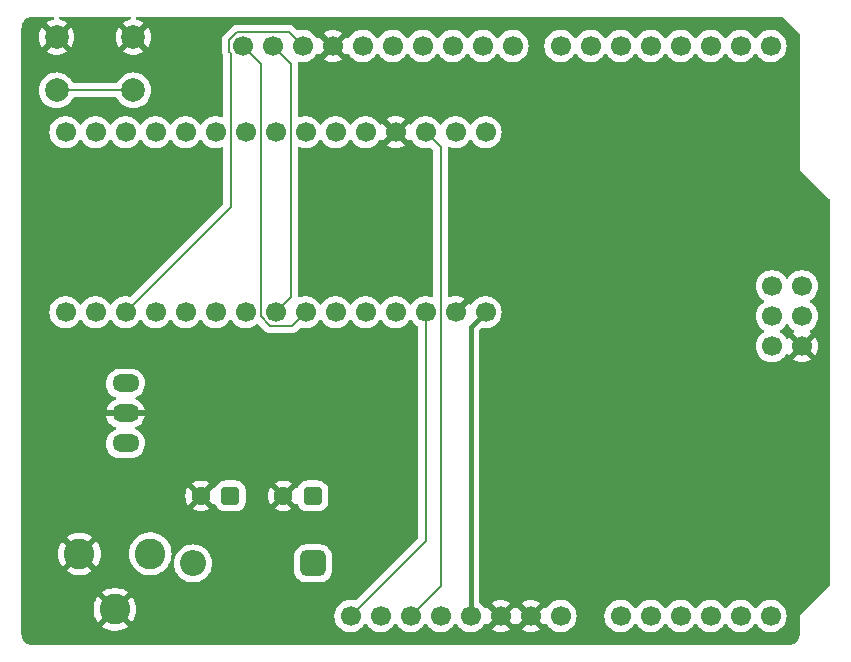
<source format=gbr>
%TF.GenerationSoftware,KiCad,Pcbnew,7.0.1*%
%TF.CreationDate,2023-12-02T23:36:22-05:00*%
%TF.ProjectId,Nano2UNO-Adapter-3V3,4e616e6f-3255-44e4-9f2d-416461707465,0.0.1*%
%TF.SameCoordinates,PX6486dd0PY8062360*%
%TF.FileFunction,Copper,L1,Top*%
%TF.FilePolarity,Positive*%
%FSLAX46Y46*%
G04 Gerber Fmt 4.6, Leading zero omitted, Abs format (unit mm)*
G04 Created by KiCad (PCBNEW 7.0.1) date 2023-12-02 23:36:22*
%MOMM*%
%LPD*%
G01*
G04 APERTURE LIST*
G04 Aperture macros list*
%AMRoundRect*
0 Rectangle with rounded corners*
0 $1 Rounding radius*
0 $2 $3 $4 $5 $6 $7 $8 $9 X,Y pos of 4 corners*
0 Add a 4 corners polygon primitive as box body*
4,1,4,$2,$3,$4,$5,$6,$7,$8,$9,$2,$3,0*
0 Add four circle primitives for the rounded corners*
1,1,$1+$1,$2,$3*
1,1,$1+$1,$4,$5*
1,1,$1+$1,$6,$7*
1,1,$1+$1,$8,$9*
0 Add four rect primitives between the rounded corners*
20,1,$1+$1,$2,$3,$4,$5,0*
20,1,$1+$1,$4,$5,$6,$7,0*
20,1,$1+$1,$6,$7,$8,$9,0*
20,1,$1+$1,$8,$9,$2,$3,0*%
G04 Aperture macros list end*
%TA.AperFunction,ComponentPad*%
%ADD10C,1.700000*%
%TD*%
%TA.AperFunction,ComponentPad*%
%ADD11RoundRect,0.550000X0.550000X0.550000X-0.550000X0.550000X-0.550000X-0.550000X0.550000X-0.550000X0*%
%TD*%
%TA.AperFunction,ComponentPad*%
%ADD12O,2.200000X2.200000*%
%TD*%
%TA.AperFunction,ComponentPad*%
%ADD13RoundRect,0.400000X0.400000X0.400000X-0.400000X0.400000X-0.400000X-0.400000X0.400000X-0.400000X0*%
%TD*%
%TA.AperFunction,ComponentPad*%
%ADD14C,1.600000*%
%TD*%
%TA.AperFunction,ComponentPad*%
%ADD15C,2.600000*%
%TD*%
%TA.AperFunction,ComponentPad*%
%ADD16O,2.300000X1.500000*%
%TD*%
%TA.AperFunction,ComponentPad*%
%ADD17C,2.000000*%
%TD*%
%TA.AperFunction,Conductor*%
%ADD18C,0.400000*%
%TD*%
%TA.AperFunction,Conductor*%
%ADD19C,0.200000*%
%TD*%
G04 APERTURE END LIST*
D10*
%TO.P,J3,1,BOOT*%
%TO.N,/~{BOOT}*%
X27940000Y2540000D03*
%TO.P,J3,2,IOREF*%
%TO.N,+3V3*%
X30480000Y2540000D03*
%TO.P,J3,3,RESET*%
%TO.N,/~{RESET}*%
X33020000Y2540000D03*
%TO.P,J3,4,3.3V*%
%TO.N,+3V3*%
X35560000Y2540000D03*
%TO.P,J3,5,5V*%
%TO.N,+5V*%
X38100000Y2540000D03*
%TO.P,J3,6,GND*%
%TO.N,GND*%
X40640000Y2540000D03*
%TO.P,J3,7,GND*%
X43180000Y2540000D03*
%TO.P,J3,8,VIN*%
%TO.N,/VIN*%
X45720000Y2540000D03*
%TD*%
%TO.P,J4,1,A0*%
%TO.N,/A0*%
X50800000Y2540000D03*
%TO.P,J4,2,A1*%
%TO.N,/A1*%
X53340000Y2540000D03*
%TO.P,J4,3,A2*%
%TO.N,/A2*%
X55880000Y2540000D03*
%TO.P,J4,4,A3*%
%TO.N,/A3*%
X58420000Y2540000D03*
%TO.P,J4,5,A4*%
%TO.N,/A4{slash}SDA*%
X60960000Y2540000D03*
%TO.P,J4,6,A5*%
%TO.N,/A5{slash}SCL*%
X63500000Y2540000D03*
%TD*%
%TO.P,J2,1,8*%
%TO.N,/D8*%
X41656000Y50800000D03*
%TO.P,J2,2,9*%
%TO.N,/D9*%
X39116000Y50800000D03*
%TO.P,J2,3,10*%
%TO.N,/D10*%
X36576000Y50800000D03*
%TO.P,J2,4,11*%
%TO.N,/D11{slash}COPI*%
X34036000Y50800000D03*
%TO.P,J2,5,12*%
%TO.N,/D12{slash}CIPO*%
X31496000Y50800000D03*
%TO.P,J2,6,13*%
%TO.N,/D13{slash}SCK*%
X28956000Y50800000D03*
%TO.P,J2,7,GND*%
%TO.N,GND*%
X26416000Y50800000D03*
%TO.P,J2,8,AREF*%
%TO.N,/AREF*%
X23876000Y50800000D03*
%TO.P,J2,9,SDA*%
%TO.N,/A4{slash}SDA*%
X21336000Y50800000D03*
%TO.P,J2,10,SCL*%
%TO.N,/A5{slash}SCL*%
X18796000Y50800000D03*
%TD*%
%TO.P,J1,1,RX\u21900*%
%TO.N,/D0{slash}RX*%
X63500000Y50800000D03*
%TO.P,J1,2,TX\u21921*%
%TO.N,/D1{slash}TX*%
X60960000Y50800000D03*
%TO.P,J1,3,2*%
%TO.N,/D2*%
X58420000Y50800000D03*
%TO.P,J1,4,3*%
%TO.N,/D3*%
X55880000Y50800000D03*
%TO.P,J1,5,4*%
%TO.N,/D4*%
X53340000Y50800000D03*
%TO.P,J1,6,5*%
%TO.N,/D5*%
X50800000Y50800000D03*
%TO.P,J1,7,6*%
%TO.N,/D6*%
X48260000Y50800000D03*
%TO.P,J1,8,7*%
%TO.N,/D7*%
X45720000Y50800000D03*
%TD*%
D11*
%TO.P,D1,1,K*%
%TO.N,Net-(D1-K)*%
X24765000Y6985000D03*
D12*
%TO.P,D1,2,A*%
%TO.N,/VIN*%
X14605000Y6985000D03*
%TD*%
D13*
%TO.P,C2,1*%
%TO.N,+5V*%
X24745000Y12700000D03*
D14*
%TO.P,C2,2*%
%TO.N,GND*%
X22245000Y12700000D03*
%TD*%
D13*
%TO.P,C1,1*%
%TO.N,Net-(D1-K)*%
X17760000Y12700000D03*
D14*
%TO.P,C1,2*%
%TO.N,GND*%
X15260000Y12700000D03*
%TD*%
D10*
%TO.P,J7,1,MISO*%
%TO.N,/D12{slash}CIPO*%
X63622000Y30465000D03*
%TO.P,J7,2,VCC*%
%TO.N,+5V*%
X66162000Y30465000D03*
%TO.P,J7,3,SCK*%
%TO.N,/D13{slash}SCK*%
X63622000Y27925000D03*
%TO.P,J7,4,MOSI*%
%TO.N,/D11{slash}COPI*%
X66162000Y27925000D03*
%TO.P,J7,5,~{RST}*%
%TO.N,/~{RESET}*%
X63622000Y25385000D03*
%TO.P,J7,6,GND*%
%TO.N,GND*%
X66162000Y25385000D03*
%TD*%
D15*
%TO.P,J8,1*%
%TO.N,/VIN*%
X10984000Y7802000D03*
%TO.P,J8,2*%
%TO.N,GND*%
X4984000Y7802000D03*
%TO.P,J8,3*%
X7984000Y3102000D03*
%TD*%
D10*
%TO.P,J5,1,TX1*%
%TO.N,/D1{slash}TX*%
X39370000Y43500000D03*
%TO.P,J5,2,RX0*%
%TO.N,/D0{slash}RX*%
X36830000Y43500000D03*
%TO.P,J5,3,RST*%
%TO.N,/~{RESET}*%
X34290000Y43500000D03*
%TO.P,J5,4,GND*%
%TO.N,GND*%
X31750000Y43500000D03*
%TO.P,J5,5,D2*%
%TO.N,/D2*%
X29210000Y43500000D03*
%TO.P,J5,6,D3*%
%TO.N,/D3*%
X26670000Y43500000D03*
%TO.P,J5,7,D4*%
%TO.N,/D4*%
X24130000Y43500000D03*
%TO.P,J5,8,D5*%
%TO.N,/D5*%
X21590000Y43500000D03*
%TO.P,J5,9,D6*%
%TO.N,/D6*%
X19050000Y43500000D03*
%TO.P,J5,10,D7*%
%TO.N,/D7*%
X16510000Y43500000D03*
%TO.P,J5,11,D8*%
%TO.N,/D8*%
X13970000Y43500000D03*
%TO.P,J5,12,D9*%
%TO.N,/D9*%
X11430000Y43500000D03*
%TO.P,J5,13,D10*%
%TO.N,/D10*%
X8890000Y43500000D03*
%TO.P,J5,14,D11*%
%TO.N,/D11{slash}COPI*%
X6350000Y43500000D03*
%TO.P,J5,15,D12*%
%TO.N,/D12{slash}CIPO*%
X3810000Y43500000D03*
%TD*%
%TO.P,J6,1,D13*%
%TO.N,/D13{slash}SCK*%
X3810000Y28260000D03*
%TO.P,J6,2,3.3V*%
%TO.N,+3V3*%
X6350000Y28260000D03*
%TO.P,J6,3,AREF*%
%TO.N,/AREF*%
X8890000Y28260000D03*
%TO.P,J6,4,A0*%
%TO.N,/A0*%
X11430000Y28260000D03*
%TO.P,J6,5,A1*%
%TO.N,/A1*%
X13970000Y28260000D03*
%TO.P,J6,6,A2*%
%TO.N,/A2*%
X16510000Y28260000D03*
%TO.P,J6,7,A3*%
%TO.N,/A3*%
X19050000Y28260000D03*
%TO.P,J6,8,A4*%
%TO.N,/A4{slash}SDA*%
X21590000Y28260000D03*
%TO.P,J6,9,A5*%
%TO.N,/A5{slash}SCL*%
X24130000Y28260000D03*
%TO.P,J6,10,A6*%
%TO.N,unconnected-(J6-A6-Pad10)*%
X26670000Y28260000D03*
%TO.P,J6,11,A7*%
%TO.N,unconnected-(J6-A7-Pad11)*%
X29210000Y28260000D03*
%TO.P,J6,12,VBUS*%
%TO.N,unconnected-(J6-VBUS-Pad12)*%
X31750000Y28260000D03*
%TO.P,J6,13,RESET*%
%TO.N,/~{BOOT}*%
X34290000Y28260000D03*
%TO.P,J6,14,GND*%
%TO.N,GND*%
X36830000Y28260000D03*
%TO.P,J6,15,VIN*%
%TO.N,+5V*%
X39370000Y28260000D03*
%TD*%
D16*
%TO.P,U1,1,IN*%
%TO.N,Net-(D1-K)*%
X8890000Y17145000D03*
%TO.P,U1,2,GND*%
%TO.N,GND*%
X8890000Y19685000D03*
%TO.P,U1,3,OUT*%
%TO.N,+5V*%
X8890000Y22225000D03*
%TD*%
D17*
%TO.P,SW1,1,1*%
%TO.N,GND*%
X3050000Y51550000D03*
X9550000Y51550000D03*
%TO.P,SW1,2,2*%
%TO.N,/~{RESET}*%
X3050000Y47050000D03*
X9550000Y47050000D03*
%TD*%
D18*
%TO.N,GND*%
X36830000Y28260000D02*
X39370000Y30800000D01*
%TO.N,+5V*%
X38100000Y26990000D02*
X39370000Y28260000D01*
X38100000Y2540000D02*
X38100000Y26990000D01*
D19*
%TO.N,/AREF*%
X22726000Y51950000D02*
X23876000Y50800000D01*
X17780000Y37150000D02*
X17780000Y50189654D01*
X17646000Y50323654D02*
X17646000Y51301000D01*
X18295000Y51950000D02*
X22726000Y51950000D01*
X17780000Y50189654D02*
X17646000Y50323654D01*
X17780000Y37150000D02*
X8890000Y28260000D01*
X17646000Y51301000D02*
X18295000Y51950000D01*
%TO.N,/A4{slash}SDA*%
X22860000Y49276000D02*
X22860000Y29530000D01*
X21336000Y50800000D02*
X22860000Y49276000D01*
X22860000Y29530000D02*
X21590000Y28260000D01*
%TO.N,/A5{slash}SCL*%
X22971800Y27101800D02*
X24130000Y28260000D01*
X20320000Y49276000D02*
X20320000Y27903654D01*
X18796000Y50800000D02*
X20320000Y49276000D01*
X21121854Y27101800D02*
X22971800Y27101800D01*
X20320000Y27903654D02*
X21121854Y27101800D01*
%TO.N,/~{RESET}*%
X3050000Y47050000D02*
X9550000Y47050000D01*
X35560000Y5080000D02*
X33020000Y2540000D01*
X35560000Y42230000D02*
X35560000Y5080000D01*
X34290000Y43500000D02*
X35560000Y42230000D01*
%TO.N,/~{BOOT}*%
X34290000Y28260000D02*
X34290000Y8890000D01*
X34290000Y8890000D02*
X27940000Y2540000D01*
%TD*%
%TA.AperFunction,Conductor*%
%TO.N,GND*%
G36*
X2773693Y53249555D02*
G01*
X2818484Y53208321D01*
X2838251Y53150740D01*
X2828231Y53090690D01*
X2790837Y53042646D01*
X2735084Y53018191D01*
X2680507Y53009084D01*
X2445393Y52928369D01*
X2226764Y52810054D01*
X2179942Y52773612D01*
X2179942Y52773610D01*
X3050000Y51903553D01*
X3050001Y51903553D01*
X3920057Y52773610D01*
X3920056Y52773612D01*
X3873235Y52810053D01*
X3654606Y52928369D01*
X3419492Y53009084D01*
X3364916Y53018191D01*
X3309163Y53042646D01*
X3271769Y53090690D01*
X3261749Y53150740D01*
X3281516Y53208321D01*
X3326307Y53249555D01*
X3385325Y53264500D01*
X9214675Y53264500D01*
X9273693Y53249555D01*
X9318484Y53208321D01*
X9338251Y53150740D01*
X9328231Y53090690D01*
X9290837Y53042646D01*
X9235084Y53018191D01*
X9180507Y53009084D01*
X8945393Y52928369D01*
X8726764Y52810054D01*
X8679942Y52773612D01*
X8679942Y52773610D01*
X9550000Y51903553D01*
X9550001Y51903553D01*
X10420057Y52773610D01*
X10420056Y52773612D01*
X10373235Y52810053D01*
X10154606Y52928369D01*
X9919492Y53009084D01*
X9864916Y53018191D01*
X9809163Y53042646D01*
X9771769Y53090690D01*
X9761749Y53150740D01*
X9781516Y53208321D01*
X9826307Y53249555D01*
X9885325Y53264500D01*
X64433365Y53264500D01*
X64480818Y53255061D01*
X64521046Y53228181D01*
X65928181Y51821046D01*
X65955061Y51780818D01*
X65964500Y51733365D01*
X65964500Y40430985D01*
X65961962Y40411713D01*
X65964028Y40388104D01*
X65964500Y40377297D01*
X65964500Y40364884D01*
X65967075Y40353267D01*
X65967182Y40352044D01*
X65971651Y40342459D01*
X65978451Y40334356D01*
X65978452Y40334355D01*
X65979500Y40333750D01*
X66005185Y40314042D01*
X68468181Y37851046D01*
X68495061Y37810818D01*
X68504500Y37763365D01*
X68504500Y5162636D01*
X68495061Y5115183D01*
X68468181Y5074955D01*
X66018418Y2625194D01*
X66003001Y2613364D01*
X65987760Y2595201D01*
X65980463Y2587238D01*
X65971683Y2578458D01*
X65965290Y2568423D01*
X65964501Y2567484D01*
X65960880Y2557536D01*
X65959959Y2547004D01*
X65960275Y2545826D01*
X65964500Y2513732D01*
X65964500Y1005412D01*
X65964028Y994604D01*
X65951400Y850272D01*
X65947647Y828987D01*
X65911553Y694281D01*
X65904160Y673969D01*
X65845224Y547582D01*
X65834417Y528864D01*
X65754430Y414630D01*
X65740536Y398072D01*
X65641928Y299464D01*
X65625370Y285570D01*
X65511136Y205583D01*
X65492418Y194776D01*
X65366031Y135840D01*
X65345719Y128447D01*
X65211013Y92353D01*
X65189728Y88600D01*
X65059599Y77215D01*
X65045394Y75972D01*
X65034588Y75500D01*
X1005412Y75500D01*
X994605Y75972D01*
X978693Y77365D01*
X850271Y88600D01*
X828986Y92353D01*
X694280Y128447D01*
X673968Y135840D01*
X547581Y194776D01*
X528863Y205583D01*
X414629Y285570D01*
X398071Y299464D01*
X299463Y398072D01*
X285569Y414630D01*
X205582Y528864D01*
X194775Y547582D01*
X135839Y673969D01*
X128446Y694281D01*
X92352Y828987D01*
X88599Y850273D01*
X75972Y994605D01*
X75500Y1005412D01*
X75500Y1663298D01*
X6898848Y1663298D01*
X7081479Y1538783D01*
X7324542Y1421730D01*
X7582339Y1342209D01*
X7849109Y1302000D01*
X8118891Y1302000D01*
X8385660Y1342209D01*
X8643460Y1421730D01*
X8886523Y1538783D01*
X9069150Y1663298D01*
X7984000Y2748447D01*
X6898848Y1663298D01*
X75500Y1663298D01*
X75500Y3102000D01*
X6178952Y3102000D01*
X6199113Y2832974D01*
X6259146Y2569951D01*
X6357708Y2318822D01*
X6492598Y2085184D01*
X6546295Y2017850D01*
X7630447Y3101999D01*
X7630447Y3102000D01*
X8337553Y3102000D01*
X9421703Y2017849D01*
X9421704Y2017850D01*
X9475400Y2085182D01*
X9610291Y2318822D01*
X9708853Y2569951D01*
X9768886Y2832974D01*
X9789047Y3102000D01*
X9768886Y3371027D01*
X9708853Y3634050D01*
X9610291Y3885179D01*
X9475398Y4118822D01*
X9421704Y4186153D01*
X8337553Y3102000D01*
X7630447Y3102000D01*
X6546295Y4186152D01*
X6492598Y4118818D01*
X6357708Y3885179D01*
X6259146Y3634050D01*
X6199113Y3371027D01*
X6178952Y3102000D01*
X75500Y3102000D01*
X75500Y4540704D01*
X6898848Y4540704D01*
X7984000Y3455553D01*
X7984001Y3455553D01*
X9069150Y4540704D01*
X8886519Y4665220D01*
X8643460Y4782271D01*
X8385660Y4861792D01*
X8118891Y4902000D01*
X7849109Y4902000D01*
X7582339Y4861792D01*
X7324542Y4782271D01*
X7081476Y4665217D01*
X6898848Y4540704D01*
X75500Y4540704D01*
X75500Y6363298D01*
X3898848Y6363298D01*
X4081479Y6238783D01*
X4324542Y6121730D01*
X4582339Y6042209D01*
X4849109Y6002000D01*
X5118891Y6002000D01*
X5385660Y6042209D01*
X5643460Y6121730D01*
X5886523Y6238783D01*
X6069150Y6363298D01*
X4984000Y7448447D01*
X3898848Y6363298D01*
X75500Y6363298D01*
X75500Y7802000D01*
X3178952Y7802000D01*
X3199113Y7532974D01*
X3259146Y7269951D01*
X3357708Y7018822D01*
X3492598Y6785184D01*
X3546295Y6717850D01*
X4630447Y7801999D01*
X4630447Y7802000D01*
X5337553Y7802000D01*
X6421703Y6717849D01*
X6421704Y6717850D01*
X6475400Y6785182D01*
X6610291Y7018822D01*
X6708853Y7269951D01*
X6768886Y7532974D01*
X6789047Y7802000D01*
X9170428Y7802000D01*
X9190684Y7531703D01*
X9251001Y7267439D01*
X9348576Y7018822D01*
X9350029Y7015121D01*
X9485557Y6780379D01*
X9654558Y6568458D01*
X9853257Y6384093D01*
X10077215Y6231401D01*
X10321428Y6113794D01*
X10553502Y6042209D01*
X10580442Y6033899D01*
X10848471Y5993500D01*
X10848472Y5993500D01*
X11119528Y5993500D01*
X11119529Y5993500D01*
X11253542Y6013700D01*
X11387558Y6033899D01*
X11646572Y6113794D01*
X11890786Y6231401D01*
X12114743Y6384093D01*
X12114746Y6384097D01*
X12114749Y6384098D01*
X12225015Y6486410D01*
X12313442Y6568458D01*
X12482443Y6780379D01*
X12600581Y6985001D01*
X12991526Y6985001D01*
X13011391Y6732596D01*
X13070494Y6486410D01*
X13112875Y6384095D01*
X13167384Y6252498D01*
X13299672Y6036624D01*
X13464102Y5844102D01*
X13656624Y5679672D01*
X13872498Y5547384D01*
X14106409Y5450495D01*
X14352597Y5391391D01*
X14605000Y5371526D01*
X14857403Y5391391D01*
X15103591Y5450495D01*
X15337502Y5547384D01*
X15553376Y5679672D01*
X15745898Y5844102D01*
X15910328Y6036624D01*
X16042616Y6252498D01*
X16096670Y6382997D01*
X23156500Y6382997D01*
X23171814Y6227500D01*
X23171815Y6227498D01*
X23232341Y6027969D01*
X23330631Y5844083D01*
X23462906Y5682906D01*
X23624083Y5550631D01*
X23807969Y5452341D01*
X24007498Y5391815D01*
X24162995Y5376500D01*
X25367004Y5376501D01*
X25522502Y5391815D01*
X25722031Y5452341D01*
X25905917Y5550631D01*
X26067094Y5682906D01*
X26199369Y5844083D01*
X26297659Y6027969D01*
X26358185Y6227498D01*
X26373500Y6382995D01*
X26373499Y7587004D01*
X26358185Y7742502D01*
X26297659Y7942031D01*
X26199369Y8125917D01*
X26067094Y8287094D01*
X25905917Y8419369D01*
X25722031Y8517659D01*
X25622266Y8547922D01*
X25522500Y8578186D01*
X25383992Y8591827D01*
X25367004Y8593500D01*
X24162996Y8593500D01*
X24007499Y8578186D01*
X23830786Y8524581D01*
X23814055Y8519505D01*
X23807966Y8517658D01*
X23624084Y8419370D01*
X23462906Y8287094D01*
X23330630Y8125916D01*
X23232342Y7942034D01*
X23171814Y7742501D01*
X23156500Y7587005D01*
X23156500Y6382997D01*
X16096670Y6382997D01*
X16139505Y6486409D01*
X16198609Y6732597D01*
X16218474Y6985000D01*
X16198609Y7237403D01*
X16139505Y7483591D01*
X16042616Y7717502D01*
X15910328Y7933376D01*
X15745898Y8125898D01*
X15553376Y8290328D01*
X15337502Y8422616D01*
X15179825Y8487928D01*
X15103590Y8519506D01*
X14857404Y8578609D01*
X14605000Y8598474D01*
X14352595Y8578609D01*
X14106409Y8519506D01*
X13906751Y8436805D01*
X13880130Y8425777D01*
X13872496Y8422615D01*
X13656625Y8290329D01*
X13464102Y8125898D01*
X13299671Y7933375D01*
X13167385Y7717504D01*
X13070494Y7483591D01*
X13011391Y7237405D01*
X12991526Y6985001D01*
X12600581Y6985001D01*
X12617971Y7015121D01*
X12716999Y7267441D01*
X12777315Y7531701D01*
X12797571Y7802000D01*
X12777315Y8072299D01*
X12716999Y8336559D01*
X12617971Y8588879D01*
X12482443Y8823621D01*
X12313442Y9035542D01*
X12313438Y9035546D01*
X12114749Y9219903D01*
X12096859Y9232100D01*
X11890786Y9372599D01*
X11646572Y9490206D01*
X11566676Y9514851D01*
X11387557Y9570102D01*
X11119529Y9610500D01*
X11119528Y9610500D01*
X10848472Y9610500D01*
X10848471Y9610500D01*
X10580442Y9570102D01*
X10321428Y9490206D01*
X10077217Y9372601D01*
X9853255Y9219906D01*
X9654558Y9035542D01*
X9485556Y8823620D01*
X9350028Y8588878D01*
X9251001Y8336562D01*
X9190684Y8072298D01*
X9170428Y7802000D01*
X6789047Y7802000D01*
X6768886Y8071027D01*
X6708853Y8334050D01*
X6610291Y8585179D01*
X6475398Y8818822D01*
X6421704Y8886153D01*
X5337553Y7802000D01*
X4630447Y7802000D01*
X3546295Y8886152D01*
X3492598Y8818818D01*
X3357708Y8585179D01*
X3259146Y8334050D01*
X3199113Y8071027D01*
X3178952Y7802000D01*
X75500Y7802000D01*
X75500Y9240704D01*
X3898848Y9240704D01*
X4984000Y8155553D01*
X4984001Y8155553D01*
X6069150Y9240704D01*
X5886519Y9365220D01*
X5643460Y9482271D01*
X5385660Y9561792D01*
X5118891Y9602000D01*
X4849109Y9602000D01*
X4582339Y9561792D01*
X4324542Y9482271D01*
X4081476Y9365217D01*
X3898848Y9240704D01*
X75500Y9240704D01*
X75500Y11620974D01*
X14534526Y11620974D01*
X14607515Y11569867D01*
X14813673Y11473734D01*
X15033397Y11414859D01*
X15260000Y11395034D01*
X15486602Y11414859D01*
X15706326Y11473734D01*
X15912480Y11569866D01*
X15985472Y11620975D01*
X15260001Y12346447D01*
X15260000Y12346447D01*
X14534526Y11620975D01*
X14534526Y11620974D01*
X75500Y11620974D01*
X75500Y12700000D01*
X13955033Y12700000D01*
X13974858Y12473398D01*
X14033733Y12253674D01*
X14129866Y12047516D01*
X14180972Y11974529D01*
X14180974Y11974528D01*
X14906446Y12699999D01*
X14906446Y12700000D01*
X14906445Y12700001D01*
X15613553Y12700001D01*
X16339025Y11974528D01*
X16355575Y11975976D01*
X16365608Y11984469D01*
X16427642Y11996248D01*
X16487434Y11975953D01*
X16529479Y11928846D01*
X16593871Y11802470D01*
X16714055Y11654055D01*
X16862470Y11533871D01*
X17032629Y11447171D01*
X17217096Y11397743D01*
X17296419Y11391500D01*
X18223580Y11391501D01*
X18302904Y11397743D01*
X18487371Y11447171D01*
X18657530Y11533871D01*
X18765093Y11620974D01*
X21519526Y11620974D01*
X21592515Y11569867D01*
X21798673Y11473734D01*
X22018397Y11414859D01*
X22245000Y11395034D01*
X22471602Y11414859D01*
X22691326Y11473734D01*
X22897480Y11569866D01*
X22970472Y11620975D01*
X22245001Y12346447D01*
X22245000Y12346447D01*
X21519526Y11620975D01*
X21519526Y11620974D01*
X18765093Y11620974D01*
X18805945Y11654055D01*
X18926129Y11802470D01*
X19012829Y11972629D01*
X19062257Y12157096D01*
X19068500Y12236419D01*
X19068499Y12700001D01*
X20940033Y12700001D01*
X20959858Y12473398D01*
X21018733Y12253674D01*
X21114866Y12047516D01*
X21165972Y11974529D01*
X21165974Y11974528D01*
X21891446Y12699999D01*
X21891446Y12700000D01*
X21891445Y12700001D01*
X22598553Y12700001D01*
X23324025Y11974528D01*
X23340575Y11975976D01*
X23350608Y11984469D01*
X23412642Y11996248D01*
X23472434Y11975953D01*
X23514479Y11928846D01*
X23578871Y11802470D01*
X23699055Y11654055D01*
X23847470Y11533871D01*
X24017629Y11447171D01*
X24202096Y11397743D01*
X24281419Y11391500D01*
X25208580Y11391501D01*
X25287904Y11397743D01*
X25472371Y11447171D01*
X25642530Y11533871D01*
X25790945Y11654055D01*
X25911129Y11802470D01*
X25997829Y11972629D01*
X26047257Y12157096D01*
X26053500Y12236419D01*
X26053499Y13163580D01*
X26047257Y13242904D01*
X25997829Y13427371D01*
X25911129Y13597530D01*
X25790945Y13745945D01*
X25642530Y13866129D01*
X25642529Y13866130D01*
X25472370Y13952830D01*
X25337331Y13989014D01*
X25287904Y14002257D01*
X25208581Y14008500D01*
X25208577Y14008500D01*
X24281421Y14008500D01*
X24202097Y14002258D01*
X24017629Y13952830D01*
X23847469Y13866129D01*
X23699055Y13745945D01*
X23578871Y13597531D01*
X23514481Y13471158D01*
X23472436Y13424051D01*
X23412646Y13403755D01*
X23350613Y13415532D01*
X23340580Y13424026D01*
X23324025Y13425474D01*
X22598553Y12700002D01*
X22598553Y12700001D01*
X21891445Y12700001D01*
X21165973Y13425474D01*
X21165973Y13425473D01*
X21114865Y13352484D01*
X21018733Y13146328D01*
X20959858Y12926603D01*
X20940033Y12700001D01*
X19068499Y12700001D01*
X19068499Y13163580D01*
X19062257Y13242904D01*
X19012829Y13427371D01*
X18926129Y13597530D01*
X18805945Y13745945D01*
X18765092Y13779027D01*
X21519526Y13779027D01*
X22245000Y13053554D01*
X22245001Y13053554D01*
X22970472Y13779026D01*
X22970471Y13779028D01*
X22897484Y13830134D01*
X22691326Y13926267D01*
X22471602Y13985142D01*
X22245000Y14004967D01*
X22018397Y13985142D01*
X21798672Y13926267D01*
X21592516Y13830135D01*
X21519527Y13779027D01*
X21519526Y13779027D01*
X18765092Y13779027D01*
X18657530Y13866129D01*
X18657529Y13866130D01*
X18487370Y13952830D01*
X18352331Y13989014D01*
X18302904Y14002257D01*
X18223581Y14008500D01*
X18223577Y14008500D01*
X17296421Y14008500D01*
X17217097Y14002258D01*
X17032629Y13952830D01*
X16862469Y13866129D01*
X16714055Y13745945D01*
X16593871Y13597531D01*
X16529481Y13471158D01*
X16487436Y13424051D01*
X16427646Y13403755D01*
X16365613Y13415532D01*
X16355580Y13424026D01*
X16339025Y13425474D01*
X15613553Y12700002D01*
X15613553Y12700001D01*
X14906445Y12700001D01*
X14180973Y13425474D01*
X14180973Y13425473D01*
X14129865Y13352484D01*
X14033733Y13146328D01*
X13974858Y12926603D01*
X13955033Y12700000D01*
X75500Y12700000D01*
X75500Y13779027D01*
X14534526Y13779027D01*
X15260000Y13053554D01*
X15260001Y13053554D01*
X15985472Y13779026D01*
X15985471Y13779028D01*
X15912484Y13830134D01*
X15706326Y13926267D01*
X15486602Y13985142D01*
X15260000Y14004967D01*
X15033397Y13985142D01*
X14813672Y13926267D01*
X14607516Y13830135D01*
X14534527Y13779027D01*
X14534526Y13779027D01*
X75500Y13779027D01*
X75500Y17088311D01*
X7227684Y17088311D01*
X7258093Y16863826D01*
X7293606Y16754531D01*
X7328097Y16648379D01*
X7383068Y16546226D01*
X7435446Y16448891D01*
X7508594Y16357166D01*
X7576686Y16271782D01*
X7747282Y16122737D01*
X7941750Y16006547D01*
X8153838Y15926949D01*
X8376731Y15886500D01*
X8376733Y15886500D01*
X9346520Y15886500D01*
X9346522Y15886500D01*
X9515622Y15901719D01*
X9733993Y15961986D01*
X9832539Y16009444D01*
X9938090Y16060273D01*
X9938093Y16060275D01*
X10121363Y16193429D01*
X10277912Y16357166D01*
X10402709Y16546226D01*
X10491743Y16754530D01*
X10542151Y16975385D01*
X10552315Y17201691D01*
X10521906Y17426175D01*
X10451903Y17641621D01*
X10344556Y17841106D01*
X10344553Y17841110D01*
X10203315Y18018217D01*
X10032717Y18167264D01*
X9838251Y18283453D01*
X9785225Y18303354D01*
X9737645Y18335378D01*
X9709565Y18385387D01*
X9706992Y18442683D01*
X9730477Y18495007D01*
X9774995Y18531167D01*
X9933712Y18607601D01*
X10115745Y18739856D01*
X10271241Y18902492D01*
X10395193Y19090272D01*
X10483625Y19297167D01*
X10515084Y19435000D01*
X7262450Y19435000D01*
X7262448Y19434999D01*
X7266414Y19405728D01*
X7335944Y19191735D01*
X7442569Y18993593D01*
X7582853Y18817682D01*
X7752299Y18669641D01*
X7945451Y18554238D01*
X7994359Y18535882D01*
X8041938Y18503858D01*
X8070019Y18453849D01*
X8072592Y18396554D01*
X8049107Y18344229D01*
X8004589Y18308069D01*
X7841909Y18229728D01*
X7706506Y18131351D01*
X7658637Y18096571D01*
X7658635Y18096570D01*
X7658635Y18096569D01*
X7502087Y17932835D01*
X7377291Y17743775D01*
X7288256Y17535470D01*
X7237849Y17314616D01*
X7227684Y17088311D01*
X75500Y17088311D01*
X75500Y22168311D01*
X7227684Y22168311D01*
X7258093Y21943826D01*
X7293606Y21834531D01*
X7328097Y21728379D01*
X7383068Y21626226D01*
X7435446Y21528891D01*
X7508594Y21437166D01*
X7576686Y21351782D01*
X7747281Y21202738D01*
X7747282Y21202737D01*
X7941749Y21086547D01*
X7994773Y21066647D01*
X8042353Y21034624D01*
X8070433Y20984615D01*
X8073007Y20927319D01*
X8049522Y20874994D01*
X8005005Y20838834D01*
X7846285Y20762399D01*
X7664254Y20630145D01*
X7508758Y20467509D01*
X7384806Y20279729D01*
X7296374Y20072834D01*
X7264915Y19935001D01*
X7264916Y19935000D01*
X10517550Y19935000D01*
X10517551Y19935002D01*
X10513585Y19964273D01*
X10444055Y20178266D01*
X10337430Y20376408D01*
X10197146Y20552319D01*
X10027700Y20700360D01*
X9834549Y20815762D01*
X9785639Y20834119D01*
X9738060Y20866144D01*
X9709980Y20916153D01*
X9707408Y20973448D01*
X9730892Y21025773D01*
X9775404Y21061929D01*
X9938093Y21140275D01*
X10121363Y21273429D01*
X10277912Y21437166D01*
X10402709Y21626226D01*
X10491743Y21834530D01*
X10542151Y22055385D01*
X10552315Y22281691D01*
X10521906Y22506175D01*
X10451903Y22721621D01*
X10344556Y22921106D01*
X10344553Y22921110D01*
X10203315Y23098217D01*
X10032717Y23247264D01*
X9838249Y23363454D01*
X9626161Y23443052D01*
X9403269Y23483500D01*
X9403267Y23483500D01*
X8433478Y23483500D01*
X8365837Y23477413D01*
X8264375Y23468281D01*
X8046005Y23408014D01*
X7841909Y23309728D01*
X7706506Y23211351D01*
X7658637Y23176571D01*
X7658635Y23176570D01*
X7658635Y23176569D01*
X7502087Y23012835D01*
X7377291Y22823775D01*
X7288256Y22615470D01*
X7237849Y22394616D01*
X7227684Y22168311D01*
X75500Y22168311D01*
X75500Y28260001D01*
X2446843Y28260001D01*
X2465435Y28035637D01*
X2465435Y28035634D01*
X2465436Y28035632D01*
X2489325Y27941296D01*
X2520705Y27817382D01*
X2611138Y27611212D01*
X2611140Y27611209D01*
X2734278Y27422732D01*
X2886760Y27257094D01*
X3064424Y27118811D01*
X3262426Y27011658D01*
X3475365Y26938556D01*
X3697431Y26901500D01*
X3922569Y26901500D01*
X4144635Y26938556D01*
X4357574Y27011658D01*
X4555576Y27118811D01*
X4733240Y27257094D01*
X4885722Y27422732D01*
X4976192Y27561207D01*
X5020981Y27602438D01*
X5079998Y27617384D01*
X5139016Y27602439D01*
X5183807Y27561206D01*
X5274275Y27422735D01*
X5274277Y27422733D01*
X5274278Y27422732D01*
X5426760Y27257094D01*
X5604424Y27118811D01*
X5802426Y27011658D01*
X6015365Y26938556D01*
X6237431Y26901500D01*
X6462569Y26901500D01*
X6684635Y26938556D01*
X6897574Y27011658D01*
X7095576Y27118811D01*
X7273240Y27257094D01*
X7425722Y27422732D01*
X7516192Y27561207D01*
X7560981Y27602438D01*
X7619998Y27617384D01*
X7679016Y27602439D01*
X7723807Y27561206D01*
X7814275Y27422735D01*
X7814277Y27422733D01*
X7814278Y27422732D01*
X7966760Y27257094D01*
X8144424Y27118811D01*
X8342426Y27011658D01*
X8555365Y26938556D01*
X8777431Y26901500D01*
X9002569Y26901500D01*
X9224635Y26938556D01*
X9437574Y27011658D01*
X9635576Y27118811D01*
X9813240Y27257094D01*
X9965722Y27422732D01*
X10056192Y27561207D01*
X10100981Y27602438D01*
X10159998Y27617384D01*
X10219016Y27602439D01*
X10263807Y27561206D01*
X10354275Y27422735D01*
X10354277Y27422733D01*
X10354278Y27422732D01*
X10506760Y27257094D01*
X10684424Y27118811D01*
X10882426Y27011658D01*
X11095365Y26938556D01*
X11317431Y26901500D01*
X11542569Y26901500D01*
X11764635Y26938556D01*
X11977574Y27011658D01*
X12175576Y27118811D01*
X12353240Y27257094D01*
X12505722Y27422732D01*
X12596192Y27561207D01*
X12640981Y27602438D01*
X12699998Y27617384D01*
X12759016Y27602439D01*
X12803807Y27561206D01*
X12894275Y27422735D01*
X12894277Y27422733D01*
X12894278Y27422732D01*
X13046760Y27257094D01*
X13224424Y27118811D01*
X13422426Y27011658D01*
X13635365Y26938556D01*
X13857431Y26901500D01*
X14082569Y26901500D01*
X14304635Y26938556D01*
X14517574Y27011658D01*
X14715576Y27118811D01*
X14893240Y27257094D01*
X15045722Y27422732D01*
X15136192Y27561207D01*
X15180981Y27602438D01*
X15239998Y27617384D01*
X15299016Y27602439D01*
X15343807Y27561206D01*
X15434275Y27422735D01*
X15434277Y27422733D01*
X15434278Y27422732D01*
X15586760Y27257094D01*
X15764424Y27118811D01*
X15962426Y27011658D01*
X16175365Y26938556D01*
X16397431Y26901500D01*
X16622569Y26901500D01*
X16844635Y26938556D01*
X17057574Y27011658D01*
X17255576Y27118811D01*
X17433240Y27257094D01*
X17585722Y27422732D01*
X17676192Y27561207D01*
X17720981Y27602438D01*
X17779998Y27617384D01*
X17839016Y27602439D01*
X17883807Y27561206D01*
X17974275Y27422735D01*
X17974277Y27422733D01*
X17974278Y27422732D01*
X18126760Y27257094D01*
X18304424Y27118811D01*
X18502426Y27011658D01*
X18715365Y26938556D01*
X18937431Y26901500D01*
X19162569Y26901500D01*
X19384635Y26938556D01*
X19597574Y27011658D01*
X19795576Y27118811D01*
X19961490Y27247950D01*
X20015555Y27272110D01*
X20074664Y27268440D01*
X20125330Y27237775D01*
X20657631Y26705474D01*
X20668326Y26693279D01*
X20687867Y26667812D01*
X20719779Y26643325D01*
X20719782Y26643323D01*
X20719783Y26643322D01*
X20814978Y26570276D01*
X20919644Y26526922D01*
X20963000Y26508963D01*
X20963003Y26508962D01*
X20982397Y26506409D01*
X21081969Y26493300D01*
X21081970Y26493300D01*
X21090022Y26492240D01*
X21090032Y26492240D01*
X21121854Y26488050D01*
X21153674Y26492240D01*
X21169859Y26493300D01*
X22923795Y26493300D01*
X22939979Y26492240D01*
X22971800Y26488050D01*
X23003621Y26492240D01*
X23003633Y26492240D01*
X23011684Y26493300D01*
X23011685Y26493300D01*
X23111256Y26506409D01*
X23130651Y26508962D01*
X23278676Y26570276D01*
X23373872Y26643323D01*
X23373872Y26643324D01*
X23390166Y26655826D01*
X23390168Y26655829D01*
X23405787Y26667813D01*
X23425336Y26693291D01*
X23436016Y26705469D01*
X23646640Y26916093D01*
X23706371Y26949219D01*
X23774584Y26945691D01*
X23779790Y26943903D01*
X23795364Y26938556D01*
X24017431Y26901500D01*
X24242569Y26901500D01*
X24464635Y26938556D01*
X24677574Y27011658D01*
X24875576Y27118811D01*
X25053240Y27257094D01*
X25205722Y27422732D01*
X25296192Y27561207D01*
X25340981Y27602438D01*
X25399998Y27617384D01*
X25459016Y27602439D01*
X25503807Y27561206D01*
X25594275Y27422735D01*
X25594277Y27422733D01*
X25594278Y27422732D01*
X25746760Y27257094D01*
X25924424Y27118811D01*
X26122426Y27011658D01*
X26335365Y26938556D01*
X26557431Y26901500D01*
X26782569Y26901500D01*
X27004635Y26938556D01*
X27217574Y27011658D01*
X27415576Y27118811D01*
X27593240Y27257094D01*
X27745722Y27422732D01*
X27836192Y27561207D01*
X27880981Y27602438D01*
X27939998Y27617384D01*
X27999016Y27602439D01*
X28043807Y27561206D01*
X28134275Y27422735D01*
X28134277Y27422733D01*
X28134278Y27422732D01*
X28286760Y27257094D01*
X28464424Y27118811D01*
X28662426Y27011658D01*
X28875365Y26938556D01*
X29097431Y26901500D01*
X29322569Y26901500D01*
X29544635Y26938556D01*
X29757574Y27011658D01*
X29955576Y27118811D01*
X30133240Y27257094D01*
X30285722Y27422732D01*
X30376190Y27561205D01*
X30420982Y27602439D01*
X30480000Y27617384D01*
X30539018Y27602439D01*
X30583809Y27561205D01*
X30664045Y27438394D01*
X30674278Y27422732D01*
X30826760Y27257094D01*
X31004424Y27118811D01*
X31202426Y27011658D01*
X31415365Y26938556D01*
X31637431Y26901500D01*
X31862569Y26901500D01*
X32084635Y26938556D01*
X32297574Y27011658D01*
X32495576Y27118811D01*
X32673240Y27257094D01*
X32825722Y27422732D01*
X32916190Y27561205D01*
X32960982Y27602439D01*
X33020000Y27617384D01*
X33079018Y27602439D01*
X33123809Y27561205D01*
X33204045Y27438394D01*
X33214278Y27422732D01*
X33366760Y27257094D01*
X33544424Y27118811D01*
X33544426Y27118810D01*
X33616518Y27079795D01*
X33664023Y27034214D01*
X33681500Y26970741D01*
X33681500Y9193411D01*
X33672061Y9145958D01*
X33645181Y9105730D01*
X28423360Y3883911D01*
X28363630Y3850783D01*
X28295419Y3854310D01*
X28274637Y3861444D01*
X28052569Y3898500D01*
X27827431Y3898500D01*
X27605363Y3861444D01*
X27392427Y3788343D01*
X27194424Y3681189D01*
X27016760Y3542906D01*
X26864279Y3377270D01*
X26741138Y3188789D01*
X26670000Y3026607D01*
X26650704Y2982616D01*
X26595436Y2764368D01*
X26595435Y2764364D01*
X26576843Y2540001D01*
X26595435Y2315637D01*
X26595435Y2315634D01*
X26595436Y2315632D01*
X26628150Y2186447D01*
X26650705Y2097382D01*
X26741138Y1891212D01*
X26741140Y1891209D01*
X26864278Y1702732D01*
X27016760Y1537094D01*
X27194424Y1398811D01*
X27392426Y1291658D01*
X27605365Y1218556D01*
X27827431Y1181500D01*
X28052569Y1181500D01*
X28274635Y1218556D01*
X28487574Y1291658D01*
X28685576Y1398811D01*
X28863240Y1537094D01*
X29015722Y1702732D01*
X29106190Y1841205D01*
X29150982Y1882439D01*
X29210000Y1897384D01*
X29269018Y1882439D01*
X29313809Y1841205D01*
X29404278Y1702732D01*
X29556760Y1537094D01*
X29734424Y1398811D01*
X29932426Y1291658D01*
X30145365Y1218556D01*
X30367431Y1181500D01*
X30592569Y1181500D01*
X30814635Y1218556D01*
X31027574Y1291658D01*
X31225576Y1398811D01*
X31403240Y1537094D01*
X31555722Y1702732D01*
X31646190Y1841205D01*
X31690982Y1882439D01*
X31750000Y1897384D01*
X31809018Y1882439D01*
X31853809Y1841205D01*
X31944278Y1702732D01*
X32096760Y1537094D01*
X32274424Y1398811D01*
X32472426Y1291658D01*
X32685365Y1218556D01*
X32907431Y1181500D01*
X33132569Y1181500D01*
X33354635Y1218556D01*
X33567574Y1291658D01*
X33765576Y1398811D01*
X33943240Y1537094D01*
X34095722Y1702732D01*
X34186190Y1841205D01*
X34230982Y1882439D01*
X34290000Y1897384D01*
X34349018Y1882439D01*
X34393809Y1841205D01*
X34484278Y1702732D01*
X34636760Y1537094D01*
X34814424Y1398811D01*
X35012426Y1291658D01*
X35225365Y1218556D01*
X35447431Y1181500D01*
X35672569Y1181500D01*
X35894635Y1218556D01*
X36107574Y1291658D01*
X36305576Y1398811D01*
X36483240Y1537094D01*
X36635722Y1702732D01*
X36726190Y1841205D01*
X36770982Y1882439D01*
X36830000Y1897384D01*
X36889018Y1882439D01*
X36933809Y1841205D01*
X37024278Y1702732D01*
X37176760Y1537094D01*
X37354424Y1398811D01*
X37552426Y1291658D01*
X37765365Y1218556D01*
X37987431Y1181500D01*
X38212569Y1181500D01*
X38434635Y1218556D01*
X38647574Y1291658D01*
X38845576Y1398811D01*
X38879320Y1425075D01*
X39878625Y1425075D01*
X39962420Y1366401D01*
X40176507Y1266570D01*
X40404681Y1205431D01*
X40640000Y1184843D01*
X40875318Y1205431D01*
X41103492Y1266570D01*
X41317576Y1366400D01*
X41401373Y1425075D01*
X42418625Y1425075D01*
X42502420Y1366401D01*
X42716507Y1266570D01*
X42944681Y1205431D01*
X43180000Y1184843D01*
X43415318Y1205431D01*
X43643492Y1266570D01*
X43857576Y1366400D01*
X43941373Y1425075D01*
X43180000Y2186447D01*
X42418625Y1425075D01*
X41401373Y1425075D01*
X40640000Y2186447D01*
X39878625Y1425075D01*
X38879320Y1425075D01*
X39023240Y1537094D01*
X39175722Y1702732D01*
X39269748Y1846651D01*
X39313664Y1887405D01*
X39371563Y1902812D01*
X39429927Y1889274D01*
X39475131Y1849951D01*
X39525072Y1778627D01*
X39525073Y1778627D01*
X40286447Y2539999D01*
X40993553Y2539999D01*
X41754925Y1778627D01*
X41808424Y1855031D01*
X41852742Y1893897D01*
X41909999Y1907908D01*
X41967256Y1893897D01*
X42011574Y1855031D01*
X42065072Y1778627D01*
X42065073Y1778627D01*
X42826447Y2539999D01*
X43533553Y2539999D01*
X44294925Y1778627D01*
X44344868Y1849952D01*
X44390072Y1889274D01*
X44448436Y1902812D01*
X44506335Y1887405D01*
X44550252Y1846649D01*
X44644276Y1702733D01*
X44726573Y1613337D01*
X44796760Y1537094D01*
X44974424Y1398811D01*
X45172426Y1291658D01*
X45385365Y1218556D01*
X45607431Y1181500D01*
X45832569Y1181500D01*
X46054635Y1218556D01*
X46267574Y1291658D01*
X46465576Y1398811D01*
X46643240Y1537094D01*
X46795722Y1702732D01*
X46918860Y1891209D01*
X47009296Y2097384D01*
X47064564Y2315632D01*
X47083156Y2540000D01*
X49436843Y2540000D01*
X49455435Y2315637D01*
X49455435Y2315634D01*
X49455436Y2315632D01*
X49488150Y2186447D01*
X49510705Y2097382D01*
X49601138Y1891212D01*
X49601140Y1891209D01*
X49724278Y1702732D01*
X49876760Y1537094D01*
X50054424Y1398811D01*
X50252426Y1291658D01*
X50465365Y1218556D01*
X50687431Y1181500D01*
X50912569Y1181500D01*
X51134635Y1218556D01*
X51347574Y1291658D01*
X51545576Y1398811D01*
X51723240Y1537094D01*
X51875722Y1702732D01*
X51966190Y1841205D01*
X52010982Y1882439D01*
X52070000Y1897384D01*
X52129018Y1882439D01*
X52173809Y1841205D01*
X52264278Y1702732D01*
X52416760Y1537094D01*
X52594424Y1398811D01*
X52792426Y1291658D01*
X53005365Y1218556D01*
X53227431Y1181500D01*
X53452569Y1181500D01*
X53674635Y1218556D01*
X53887574Y1291658D01*
X54085576Y1398811D01*
X54263240Y1537094D01*
X54415722Y1702732D01*
X54506190Y1841205D01*
X54550982Y1882439D01*
X54610000Y1897384D01*
X54669018Y1882439D01*
X54713809Y1841205D01*
X54804278Y1702732D01*
X54956760Y1537094D01*
X55134424Y1398811D01*
X55332426Y1291658D01*
X55545365Y1218556D01*
X55767431Y1181500D01*
X55992569Y1181500D01*
X56214635Y1218556D01*
X56427574Y1291658D01*
X56625576Y1398811D01*
X56803240Y1537094D01*
X56955722Y1702732D01*
X57046190Y1841205D01*
X57090982Y1882439D01*
X57150000Y1897384D01*
X57209018Y1882439D01*
X57253809Y1841205D01*
X57344278Y1702732D01*
X57496760Y1537094D01*
X57674424Y1398811D01*
X57872426Y1291658D01*
X58085365Y1218556D01*
X58307431Y1181500D01*
X58532569Y1181500D01*
X58754635Y1218556D01*
X58967574Y1291658D01*
X59165576Y1398811D01*
X59343240Y1537094D01*
X59495722Y1702732D01*
X59586190Y1841205D01*
X59630982Y1882439D01*
X59690000Y1897384D01*
X59749018Y1882439D01*
X59793809Y1841205D01*
X59884278Y1702732D01*
X60036760Y1537094D01*
X60214424Y1398811D01*
X60412426Y1291658D01*
X60625365Y1218556D01*
X60847431Y1181500D01*
X61072569Y1181500D01*
X61294635Y1218556D01*
X61507574Y1291658D01*
X61705576Y1398811D01*
X61883240Y1537094D01*
X62035722Y1702732D01*
X62126190Y1841205D01*
X62170982Y1882439D01*
X62230000Y1897384D01*
X62289018Y1882439D01*
X62333809Y1841205D01*
X62424278Y1702732D01*
X62576760Y1537094D01*
X62754424Y1398811D01*
X62952426Y1291658D01*
X63165365Y1218556D01*
X63387431Y1181500D01*
X63612569Y1181500D01*
X63834635Y1218556D01*
X64047574Y1291658D01*
X64245576Y1398811D01*
X64423240Y1537094D01*
X64575722Y1702732D01*
X64698860Y1891209D01*
X64789296Y2097384D01*
X64844564Y2315632D01*
X64863156Y2540000D01*
X64844564Y2764368D01*
X64789296Y2982616D01*
X64698860Y3188791D01*
X64575722Y3377268D01*
X64423240Y3542906D01*
X64245576Y3681189D01*
X64047574Y3788342D01*
X64047573Y3788343D01*
X64047572Y3788343D01*
X63834636Y3861444D01*
X63612569Y3898500D01*
X63387431Y3898500D01*
X63165363Y3861444D01*
X62952427Y3788343D01*
X62754424Y3681189D01*
X62576760Y3542906D01*
X62424279Y3377270D01*
X62333809Y3238795D01*
X62289017Y3197562D01*
X62230000Y3182617D01*
X62170983Y3197562D01*
X62126191Y3238795D01*
X62035723Y3377266D01*
X62035722Y3377268D01*
X61883240Y3542906D01*
X61705576Y3681189D01*
X61507574Y3788342D01*
X61507573Y3788343D01*
X61507572Y3788343D01*
X61294636Y3861444D01*
X61072569Y3898500D01*
X60847431Y3898500D01*
X60625363Y3861444D01*
X60412427Y3788343D01*
X60214424Y3681189D01*
X60036760Y3542906D01*
X59884279Y3377270D01*
X59793809Y3238795D01*
X59749017Y3197562D01*
X59690000Y3182617D01*
X59630983Y3197562D01*
X59586191Y3238795D01*
X59495723Y3377266D01*
X59495722Y3377268D01*
X59343240Y3542906D01*
X59165576Y3681189D01*
X58967574Y3788342D01*
X58967573Y3788343D01*
X58967572Y3788343D01*
X58754636Y3861444D01*
X58532569Y3898500D01*
X58307431Y3898500D01*
X58085363Y3861444D01*
X57872427Y3788343D01*
X57674424Y3681189D01*
X57496760Y3542906D01*
X57344279Y3377270D01*
X57253809Y3238795D01*
X57209017Y3197562D01*
X57150000Y3182617D01*
X57090983Y3197562D01*
X57046191Y3238795D01*
X56955723Y3377266D01*
X56955722Y3377268D01*
X56803240Y3542906D01*
X56625576Y3681189D01*
X56427574Y3788342D01*
X56427573Y3788343D01*
X56427572Y3788343D01*
X56214636Y3861444D01*
X55992569Y3898500D01*
X55767431Y3898500D01*
X55545363Y3861444D01*
X55332427Y3788343D01*
X55134424Y3681189D01*
X54956760Y3542906D01*
X54804279Y3377270D01*
X54713809Y3238795D01*
X54669017Y3197562D01*
X54610000Y3182617D01*
X54550983Y3197562D01*
X54506191Y3238795D01*
X54415723Y3377266D01*
X54415722Y3377268D01*
X54263240Y3542906D01*
X54085576Y3681189D01*
X53887574Y3788342D01*
X53887573Y3788343D01*
X53887572Y3788343D01*
X53674636Y3861444D01*
X53452569Y3898500D01*
X53227431Y3898500D01*
X53005363Y3861444D01*
X52792427Y3788343D01*
X52594424Y3681189D01*
X52416760Y3542906D01*
X52264279Y3377270D01*
X52173809Y3238795D01*
X52129017Y3197562D01*
X52070000Y3182617D01*
X52010983Y3197562D01*
X51966191Y3238795D01*
X51875723Y3377266D01*
X51875722Y3377268D01*
X51723240Y3542906D01*
X51545576Y3681189D01*
X51347574Y3788342D01*
X51347573Y3788343D01*
X51347572Y3788343D01*
X51134636Y3861444D01*
X50912569Y3898500D01*
X50687431Y3898500D01*
X50465363Y3861444D01*
X50252427Y3788343D01*
X50054424Y3681189D01*
X49876760Y3542906D01*
X49724279Y3377270D01*
X49601138Y3188789D01*
X49530000Y3026607D01*
X49510704Y2982616D01*
X49455436Y2764368D01*
X49455435Y2764364D01*
X49436843Y2540000D01*
X47083156Y2540000D01*
X47064564Y2764368D01*
X47009296Y2982616D01*
X46918860Y3188791D01*
X46795722Y3377268D01*
X46643240Y3542906D01*
X46465576Y3681189D01*
X46267574Y3788342D01*
X46267573Y3788343D01*
X46267572Y3788343D01*
X46054636Y3861444D01*
X45832569Y3898500D01*
X45607431Y3898500D01*
X45385363Y3861444D01*
X45172427Y3788343D01*
X44974424Y3681189D01*
X44796760Y3542906D01*
X44644275Y3377266D01*
X44550250Y3233351D01*
X44506333Y3192596D01*
X44448435Y3177189D01*
X44390070Y3190727D01*
X44344867Y3230050D01*
X44294925Y3301374D01*
X44294925Y3301375D01*
X43533553Y2540000D01*
X43533553Y2539999D01*
X42826447Y2539999D01*
X42826447Y2540000D01*
X42065072Y3301375D01*
X42065072Y3301374D01*
X42011574Y3224970D01*
X41967256Y3186104D01*
X41909999Y3172093D01*
X41852742Y3186104D01*
X41808424Y3224970D01*
X41754925Y3301374D01*
X41754925Y3301375D01*
X40993553Y2540000D01*
X40993553Y2539999D01*
X40286447Y2539999D01*
X40286447Y2540000D01*
X39525073Y3301374D01*
X39475133Y3230050D01*
X39429929Y3190727D01*
X39371565Y3177188D01*
X39313665Y3192595D01*
X39269748Y3233351D01*
X39175723Y3377268D01*
X39023239Y3542907D01*
X38879317Y3654928D01*
X39878625Y3654928D01*
X40640000Y2893553D01*
X40640001Y2893553D01*
X41401373Y3654927D01*
X41401373Y3654928D01*
X42418625Y3654928D01*
X43180000Y2893553D01*
X43180001Y2893553D01*
X43941373Y3654927D01*
X43941373Y3654928D01*
X43857580Y3713600D01*
X43643492Y3813431D01*
X43415318Y3874570D01*
X43180000Y3895158D01*
X42944681Y3874570D01*
X42716507Y3813431D01*
X42502422Y3713601D01*
X42418625Y3654928D01*
X41401373Y3654928D01*
X41317580Y3713600D01*
X41103492Y3813431D01*
X40875318Y3874570D01*
X40640000Y3895158D01*
X40404681Y3874570D01*
X40176507Y3813431D01*
X39962422Y3713601D01*
X39878625Y3654928D01*
X38879317Y3654928D01*
X38856337Y3672814D01*
X38821099Y3716207D01*
X38808500Y3770667D01*
X38808500Y25385000D01*
X62258843Y25385000D01*
X62277435Y25160637D01*
X62277435Y25160634D01*
X62277436Y25160632D01*
X62310150Y25031447D01*
X62332705Y24942382D01*
X62423138Y24736212D01*
X62423140Y24736209D01*
X62546278Y24547732D01*
X62698760Y24382094D01*
X62876424Y24243811D01*
X63074426Y24136658D01*
X63287365Y24063556D01*
X63509431Y24026500D01*
X63734569Y24026500D01*
X63956635Y24063556D01*
X64169574Y24136658D01*
X64367576Y24243811D01*
X64401320Y24270075D01*
X65400625Y24270075D01*
X65484420Y24211401D01*
X65698507Y24111570D01*
X65926681Y24050431D01*
X66162000Y24029843D01*
X66397318Y24050431D01*
X66625492Y24111570D01*
X66839576Y24211400D01*
X66923373Y24270075D01*
X66162000Y25031447D01*
X65400625Y24270075D01*
X64401320Y24270075D01*
X64545240Y24382094D01*
X64697722Y24547732D01*
X64791748Y24691651D01*
X64835664Y24732405D01*
X64893563Y24747812D01*
X64951927Y24734274D01*
X64997131Y24694951D01*
X65047072Y24623627D01*
X65047073Y24623627D01*
X65808447Y25384999D01*
X66515553Y25384999D01*
X67276925Y24623627D01*
X67335600Y24707424D01*
X67435430Y24921508D01*
X67496569Y25149682D01*
X67517157Y25385000D01*
X67496569Y25620319D01*
X67435430Y25848493D01*
X67335599Y26062579D01*
X67276926Y26146374D01*
X67276925Y26146375D01*
X66515553Y25385000D01*
X66515553Y25384999D01*
X65808447Y25384999D01*
X65808447Y25385000D01*
X65047073Y26146374D01*
X64997133Y26075050D01*
X64951929Y26035727D01*
X64893565Y26022188D01*
X64835665Y26037595D01*
X64791748Y26078351D01*
X64697723Y26222268D01*
X64621481Y26305087D01*
X64545240Y26387906D01*
X64367576Y26526189D01*
X64331067Y26545947D01*
X64283563Y26591526D01*
X64266086Y26655000D01*
X64283563Y26718474D01*
X64331067Y26764054D01*
X64367576Y26783811D01*
X64545240Y26922094D01*
X64697722Y27087732D01*
X64788190Y27226205D01*
X64832982Y27267439D01*
X64892000Y27282384D01*
X64951018Y27267439D01*
X64995809Y27226205D01*
X65065973Y27118810D01*
X65086278Y27087732D01*
X65238760Y26922094D01*
X65416424Y26783811D01*
X65459697Y26760393D01*
X65505336Y26717844D01*
X65524475Y26658454D01*
X65512266Y26597262D01*
X65471801Y26549763D01*
X65400625Y26499928D01*
X66162000Y25738553D01*
X66162001Y25738553D01*
X66923373Y26499927D01*
X66923373Y26499928D01*
X66852198Y26549765D01*
X66811733Y26597264D01*
X66799525Y26658456D01*
X66818665Y26717846D01*
X66864299Y26760392D01*
X66907576Y26783811D01*
X67085240Y26922094D01*
X67237722Y27087732D01*
X67360860Y27276209D01*
X67451296Y27482384D01*
X67506564Y27700632D01*
X67525156Y27925000D01*
X67506564Y28149368D01*
X67451296Y28367616D01*
X67360860Y28573791D01*
X67237722Y28762268D01*
X67085240Y28927906D01*
X66907576Y29066189D01*
X66907575Y29066190D01*
X66871067Y29085947D01*
X66823562Y29131529D01*
X66806086Y29195003D01*
X66823564Y29258477D01*
X66871067Y29304054D01*
X66907576Y29323811D01*
X67085240Y29462094D01*
X67237722Y29627732D01*
X67360860Y29816209D01*
X67451296Y30022384D01*
X67506564Y30240632D01*
X67525156Y30465000D01*
X67506564Y30689368D01*
X67451296Y30907616D01*
X67360860Y31113791D01*
X67237722Y31302268D01*
X67085240Y31467906D01*
X66907576Y31606189D01*
X66709574Y31713342D01*
X66709573Y31713343D01*
X66709572Y31713343D01*
X66496636Y31786444D01*
X66274569Y31823500D01*
X66049431Y31823500D01*
X65827363Y31786444D01*
X65614427Y31713343D01*
X65416424Y31606189D01*
X65238760Y31467906D01*
X65086279Y31302270D01*
X64995809Y31163795D01*
X64951017Y31122562D01*
X64892000Y31107617D01*
X64832983Y31122562D01*
X64788191Y31163795D01*
X64768043Y31194633D01*
X64697722Y31302268D01*
X64545240Y31467906D01*
X64367576Y31606189D01*
X64169574Y31713342D01*
X64169573Y31713343D01*
X64169572Y31713343D01*
X63956636Y31786444D01*
X63734569Y31823500D01*
X63509431Y31823500D01*
X63287363Y31786444D01*
X63074427Y31713343D01*
X62876424Y31606189D01*
X62698760Y31467906D01*
X62546279Y31302270D01*
X62423138Y31113789D01*
X62332705Y30907619D01*
X62277435Y30689364D01*
X62258843Y30465001D01*
X62277435Y30240637D01*
X62332705Y30022382D01*
X62423138Y29816212D01*
X62423140Y29816209D01*
X62546278Y29627732D01*
X62698760Y29462094D01*
X62876424Y29323811D01*
X62912930Y29304055D01*
X62960435Y29258476D01*
X62977913Y29195003D01*
X62960437Y29131529D01*
X62912933Y29085948D01*
X62876427Y29066191D01*
X62876425Y29066190D01*
X62876424Y29066189D01*
X62738446Y28958795D01*
X62698760Y28927906D01*
X62546279Y28762270D01*
X62423138Y28573789D01*
X62332705Y28367619D01*
X62277435Y28149364D01*
X62258843Y27925000D01*
X62277435Y27700637D01*
X62277435Y27700634D01*
X62277436Y27700632D01*
X62326691Y27506128D01*
X62332705Y27482382D01*
X62423138Y27276212D01*
X62423140Y27276209D01*
X62546278Y27087732D01*
X62698760Y26922094D01*
X62876424Y26783811D01*
X62876426Y26783810D01*
X62912931Y26764054D01*
X62960436Y26718473D01*
X62977913Y26655000D01*
X62960436Y26591527D01*
X62912931Y26545946D01*
X62876426Y26526191D01*
X62698760Y26387906D01*
X62546279Y26222270D01*
X62423138Y26033789D01*
X62332705Y25827619D01*
X62277435Y25609364D01*
X62258843Y25385000D01*
X38808500Y25385000D01*
X38808500Y26645168D01*
X38817939Y26692620D01*
X38844816Y26732847D01*
X39003227Y26891259D01*
X39053073Y26921662D01*
X39111311Y26925883D01*
X39257431Y26901500D01*
X39482569Y26901500D01*
X39704635Y26938556D01*
X39917574Y27011658D01*
X40115576Y27118811D01*
X40293240Y27257094D01*
X40445722Y27422732D01*
X40568860Y27611209D01*
X40659296Y27817384D01*
X40714564Y28035632D01*
X40733156Y28260000D01*
X40714564Y28484368D01*
X40659296Y28702616D01*
X40568860Y28908791D01*
X40445722Y29097268D01*
X40293240Y29262906D01*
X40115576Y29401189D01*
X39917574Y29508342D01*
X39917573Y29508343D01*
X39917572Y29508343D01*
X39704636Y29581444D01*
X39482569Y29618500D01*
X39257431Y29618500D01*
X39035363Y29581444D01*
X38822427Y29508343D01*
X38624424Y29401189D01*
X38446760Y29262906D01*
X38294275Y29097266D01*
X38200250Y28953351D01*
X38156333Y28912596D01*
X38098435Y28897189D01*
X38040070Y28910727D01*
X37994867Y28950050D01*
X37944925Y29021374D01*
X37944925Y29021375D01*
X36917680Y27994129D01*
X36862093Y27962035D01*
X36797905Y27962035D01*
X36742318Y27994129D01*
X36564128Y28172319D01*
X36532034Y28227906D01*
X36532034Y28292094D01*
X36564128Y28347681D01*
X37591373Y29374927D01*
X37591373Y29374928D01*
X37507580Y29433600D01*
X37293492Y29533431D01*
X37065318Y29594570D01*
X36830000Y29615158D01*
X36594681Y29594570D01*
X36366507Y29533431D01*
X36344905Y29523357D01*
X36284390Y29512004D01*
X36225875Y29531158D01*
X36183786Y29576096D01*
X36168500Y29635739D01*
X36168500Y42117096D01*
X36182249Y42173847D01*
X36220447Y42218013D01*
X36274622Y42239800D01*
X36332763Y42234377D01*
X36401371Y42210824D01*
X36495365Y42178556D01*
X36717431Y42141500D01*
X36942569Y42141500D01*
X37164635Y42178556D01*
X37377574Y42251658D01*
X37575576Y42358811D01*
X37753240Y42497094D01*
X37905722Y42662732D01*
X37996190Y42801205D01*
X38040982Y42842439D01*
X38100000Y42857384D01*
X38159018Y42842439D01*
X38203809Y42801205D01*
X38294278Y42662732D01*
X38446760Y42497094D01*
X38624424Y42358811D01*
X38822426Y42251658D01*
X39035365Y42178556D01*
X39257431Y42141500D01*
X39482569Y42141500D01*
X39704635Y42178556D01*
X39917574Y42251658D01*
X40115576Y42358811D01*
X40293240Y42497094D01*
X40445722Y42662732D01*
X40568860Y42851209D01*
X40659296Y43057384D01*
X40714564Y43275632D01*
X40733156Y43500000D01*
X40714564Y43724368D01*
X40659296Y43942616D01*
X40568860Y44148791D01*
X40445722Y44337268D01*
X40293240Y44502906D01*
X40115576Y44641189D01*
X39917574Y44748342D01*
X39917573Y44748343D01*
X39917572Y44748343D01*
X39704636Y44821444D01*
X39482569Y44858500D01*
X39257431Y44858500D01*
X39035363Y44821444D01*
X38822427Y44748343D01*
X38624424Y44641189D01*
X38446760Y44502906D01*
X38294279Y44337270D01*
X38203809Y44198795D01*
X38159017Y44157562D01*
X38100000Y44142617D01*
X38040983Y44157562D01*
X37996191Y44198795D01*
X37905723Y44337266D01*
X37905722Y44337268D01*
X37753240Y44502906D01*
X37575576Y44641189D01*
X37377574Y44748342D01*
X37377573Y44748343D01*
X37377572Y44748343D01*
X37164636Y44821444D01*
X36942569Y44858500D01*
X36717431Y44858500D01*
X36495363Y44821444D01*
X36282427Y44748343D01*
X36084424Y44641189D01*
X35906760Y44502906D01*
X35754279Y44337270D01*
X35663809Y44198795D01*
X35619017Y44157562D01*
X35560000Y44142617D01*
X35500983Y44157562D01*
X35456191Y44198795D01*
X35365723Y44337266D01*
X35365722Y44337268D01*
X35213240Y44502906D01*
X35035576Y44641189D01*
X34837574Y44748342D01*
X34837573Y44748343D01*
X34837572Y44748343D01*
X34624636Y44821444D01*
X34402569Y44858500D01*
X34177431Y44858500D01*
X33955363Y44821444D01*
X33742427Y44748343D01*
X33544424Y44641189D01*
X33366760Y44502906D01*
X33214275Y44337266D01*
X33120250Y44193351D01*
X33076333Y44152596D01*
X33018435Y44137189D01*
X32960070Y44150727D01*
X32914867Y44190050D01*
X32864925Y44261374D01*
X32864925Y44261375D01*
X32103553Y43500000D01*
X32103553Y43499999D01*
X32864925Y42738627D01*
X32914868Y42809952D01*
X32960072Y42849274D01*
X33018436Y42862812D01*
X33076335Y42847405D01*
X33120252Y42806649D01*
X33214276Y42662733D01*
X33296573Y42573336D01*
X33366760Y42497094D01*
X33544424Y42358811D01*
X33742426Y42251658D01*
X33955365Y42178556D01*
X34177431Y42141500D01*
X34402569Y42141500D01*
X34624635Y42178556D01*
X34645412Y42185690D01*
X34713625Y42189220D01*
X34773360Y42156091D01*
X34915181Y42014270D01*
X34942061Y41974042D01*
X34951500Y41926589D01*
X34951500Y29642904D01*
X34937751Y29586153D01*
X34899553Y29541987D01*
X34845378Y29520200D01*
X34787237Y29525623D01*
X34624636Y29581444D01*
X34402569Y29618500D01*
X34177431Y29618500D01*
X33955363Y29581444D01*
X33742427Y29508343D01*
X33544424Y29401189D01*
X33366760Y29262906D01*
X33214279Y29097270D01*
X33123809Y28958795D01*
X33079017Y28917562D01*
X33020000Y28902617D01*
X32960983Y28917562D01*
X32916191Y28958795D01*
X32875305Y29021375D01*
X32825722Y29097268D01*
X32673240Y29262906D01*
X32495576Y29401189D01*
X32297574Y29508342D01*
X32297573Y29508343D01*
X32297572Y29508343D01*
X32084636Y29581444D01*
X31862569Y29618500D01*
X31637431Y29618500D01*
X31415363Y29581444D01*
X31202427Y29508343D01*
X31004424Y29401189D01*
X30826760Y29262906D01*
X30674279Y29097270D01*
X30583809Y28958795D01*
X30539017Y28917562D01*
X30480000Y28902617D01*
X30420983Y28917562D01*
X30376191Y28958795D01*
X30335305Y29021375D01*
X30285722Y29097268D01*
X30133240Y29262906D01*
X29955576Y29401189D01*
X29757574Y29508342D01*
X29757573Y29508343D01*
X29757572Y29508343D01*
X29544636Y29581444D01*
X29322569Y29618500D01*
X29097431Y29618500D01*
X28875363Y29581444D01*
X28662427Y29508343D01*
X28464424Y29401189D01*
X28286760Y29262906D01*
X28134279Y29097270D01*
X28043809Y28958795D01*
X27999017Y28917562D01*
X27940000Y28902617D01*
X27880983Y28917562D01*
X27836191Y28958795D01*
X27795305Y29021375D01*
X27745722Y29097268D01*
X27593240Y29262906D01*
X27415576Y29401189D01*
X27217574Y29508342D01*
X27217573Y29508343D01*
X27217572Y29508343D01*
X27004636Y29581444D01*
X26782569Y29618500D01*
X26557431Y29618500D01*
X26335363Y29581444D01*
X26122427Y29508343D01*
X25924424Y29401189D01*
X25746760Y29262906D01*
X25594279Y29097270D01*
X25503809Y28958795D01*
X25459017Y28917562D01*
X25400000Y28902617D01*
X25340983Y28917562D01*
X25296191Y28958795D01*
X25255305Y29021375D01*
X25205722Y29097268D01*
X25053240Y29262906D01*
X24875576Y29401189D01*
X24677574Y29508342D01*
X24677573Y29508343D01*
X24677572Y29508343D01*
X24464636Y29581444D01*
X24242569Y29618500D01*
X24017431Y29618500D01*
X23795363Y29581444D01*
X23632763Y29525623D01*
X23574622Y29520200D01*
X23520447Y29541987D01*
X23482249Y29586153D01*
X23468500Y29642904D01*
X23468500Y42117096D01*
X23482249Y42173847D01*
X23520447Y42218013D01*
X23574622Y42239800D01*
X23632763Y42234377D01*
X23701371Y42210824D01*
X23795365Y42178556D01*
X24017431Y42141500D01*
X24242569Y42141500D01*
X24464635Y42178556D01*
X24677574Y42251658D01*
X24875576Y42358811D01*
X25053240Y42497094D01*
X25205722Y42662732D01*
X25296190Y42801205D01*
X25340982Y42842439D01*
X25400000Y42857384D01*
X25459018Y42842439D01*
X25503809Y42801205D01*
X25594278Y42662732D01*
X25746760Y42497094D01*
X25924424Y42358811D01*
X26122426Y42251658D01*
X26335365Y42178556D01*
X26557431Y42141500D01*
X26782569Y42141500D01*
X27004635Y42178556D01*
X27217574Y42251658D01*
X27415576Y42358811D01*
X27593240Y42497094D01*
X27745722Y42662732D01*
X27836190Y42801205D01*
X27880982Y42842439D01*
X27940000Y42857384D01*
X27999018Y42842439D01*
X28043809Y42801205D01*
X28134278Y42662732D01*
X28286760Y42497094D01*
X28464424Y42358811D01*
X28662426Y42251658D01*
X28875365Y42178556D01*
X29097431Y42141500D01*
X29322569Y42141500D01*
X29544635Y42178556D01*
X29757574Y42251658D01*
X29955576Y42358811D01*
X29989320Y42385075D01*
X30988625Y42385075D01*
X31072420Y42326401D01*
X31286507Y42226570D01*
X31514681Y42165431D01*
X31750000Y42144843D01*
X31985318Y42165431D01*
X32213492Y42226570D01*
X32427576Y42326400D01*
X32511373Y42385075D01*
X31750000Y43146447D01*
X30988625Y42385075D01*
X29989320Y42385075D01*
X30133240Y42497094D01*
X30285722Y42662732D01*
X30379748Y42806651D01*
X30423664Y42847405D01*
X30481563Y42862812D01*
X30539927Y42849274D01*
X30585131Y42809951D01*
X30635072Y42738627D01*
X30635073Y42738627D01*
X31396447Y43499999D01*
X31396447Y43500000D01*
X30635073Y44261374D01*
X30585133Y44190050D01*
X30539929Y44150727D01*
X30481565Y44137188D01*
X30423665Y44152595D01*
X30379748Y44193351D01*
X30285723Y44337268D01*
X30209480Y44420088D01*
X30133240Y44502906D01*
X29989316Y44614928D01*
X30988625Y44614928D01*
X31750000Y43853553D01*
X31750001Y43853553D01*
X32511373Y44614927D01*
X32511373Y44614928D01*
X32427580Y44673600D01*
X32213492Y44773431D01*
X31985318Y44834570D01*
X31750000Y44855158D01*
X31514681Y44834570D01*
X31286507Y44773431D01*
X31072422Y44673601D01*
X30988625Y44614928D01*
X29989316Y44614928D01*
X29955576Y44641189D01*
X29757574Y44748342D01*
X29757573Y44748343D01*
X29757572Y44748343D01*
X29544636Y44821444D01*
X29322569Y44858500D01*
X29097431Y44858500D01*
X28875363Y44821444D01*
X28662427Y44748343D01*
X28464424Y44641189D01*
X28286760Y44502906D01*
X28134279Y44337270D01*
X28043809Y44198795D01*
X27999017Y44157562D01*
X27940000Y44142617D01*
X27880983Y44157562D01*
X27836191Y44198795D01*
X27745723Y44337266D01*
X27745722Y44337268D01*
X27593240Y44502906D01*
X27415576Y44641189D01*
X27217574Y44748342D01*
X27217573Y44748343D01*
X27217572Y44748343D01*
X27004636Y44821444D01*
X26782569Y44858500D01*
X26557431Y44858500D01*
X26335363Y44821444D01*
X26122427Y44748343D01*
X25924424Y44641189D01*
X25746760Y44502906D01*
X25594279Y44337270D01*
X25503809Y44198795D01*
X25459017Y44157562D01*
X25400000Y44142617D01*
X25340983Y44157562D01*
X25296191Y44198795D01*
X25205723Y44337266D01*
X25205722Y44337268D01*
X25053240Y44502906D01*
X24875576Y44641189D01*
X24677574Y44748342D01*
X24677573Y44748343D01*
X24677572Y44748343D01*
X24464636Y44821444D01*
X24242569Y44858500D01*
X24017431Y44858500D01*
X23795363Y44821444D01*
X23632763Y44765623D01*
X23574622Y44760200D01*
X23520447Y44781987D01*
X23482249Y44826153D01*
X23468500Y44882904D01*
X23468500Y49227996D01*
X23469561Y49244182D01*
X23473750Y49276001D01*
X23469561Y49307818D01*
X23469561Y49307822D01*
X23468500Y49315879D01*
X23468500Y49315885D01*
X23466828Y49328581D01*
X23472694Y49385630D01*
X23503607Y49433942D01*
X23552954Y49463174D01*
X23610174Y49467074D01*
X23763431Y49441500D01*
X23988569Y49441500D01*
X24210635Y49478556D01*
X24423574Y49551658D01*
X24621576Y49658811D01*
X24655320Y49685075D01*
X25654625Y49685075D01*
X25738420Y49626401D01*
X25952507Y49526570D01*
X26180681Y49465431D01*
X26416000Y49444843D01*
X26651318Y49465431D01*
X26879492Y49526570D01*
X27093576Y49626400D01*
X27177373Y49685075D01*
X26416000Y50446447D01*
X25654625Y49685075D01*
X24655320Y49685075D01*
X24799240Y49797094D01*
X24951722Y49962732D01*
X25045748Y50106651D01*
X25089664Y50147405D01*
X25147563Y50162812D01*
X25205927Y50149274D01*
X25251131Y50109951D01*
X25301072Y50038627D01*
X25301073Y50038627D01*
X26062447Y50799999D01*
X26769553Y50799999D01*
X27530925Y50038627D01*
X27580868Y50109952D01*
X27626072Y50149274D01*
X27684436Y50162812D01*
X27742335Y50147405D01*
X27786252Y50106649D01*
X27880276Y49962733D01*
X27937686Y49900371D01*
X28032760Y49797094D01*
X28210424Y49658811D01*
X28408426Y49551658D01*
X28621365Y49478556D01*
X28843431Y49441500D01*
X29068569Y49441500D01*
X29290635Y49478556D01*
X29503574Y49551658D01*
X29701576Y49658811D01*
X29879240Y49797094D01*
X30031722Y49962732D01*
X30122190Y50101205D01*
X30166982Y50142439D01*
X30226000Y50157384D01*
X30285018Y50142439D01*
X30329809Y50101205D01*
X30336530Y50090917D01*
X30420278Y49962732D01*
X30572760Y49797094D01*
X30750424Y49658811D01*
X30948426Y49551658D01*
X31161365Y49478556D01*
X31383431Y49441500D01*
X31608569Y49441500D01*
X31830635Y49478556D01*
X32043574Y49551658D01*
X32241576Y49658811D01*
X32419240Y49797094D01*
X32571722Y49962732D01*
X32662190Y50101205D01*
X32706982Y50142439D01*
X32766000Y50157384D01*
X32825018Y50142439D01*
X32869809Y50101205D01*
X32876530Y50090917D01*
X32960278Y49962732D01*
X33112760Y49797094D01*
X33290424Y49658811D01*
X33488426Y49551658D01*
X33701365Y49478556D01*
X33923431Y49441500D01*
X34148569Y49441500D01*
X34370635Y49478556D01*
X34583574Y49551658D01*
X34781576Y49658811D01*
X34959240Y49797094D01*
X35111722Y49962732D01*
X35202190Y50101205D01*
X35246982Y50142439D01*
X35306000Y50157384D01*
X35365018Y50142439D01*
X35409809Y50101205D01*
X35416530Y50090917D01*
X35500278Y49962732D01*
X35652760Y49797094D01*
X35830424Y49658811D01*
X36028426Y49551658D01*
X36241365Y49478556D01*
X36463431Y49441500D01*
X36688569Y49441500D01*
X36910635Y49478556D01*
X37123574Y49551658D01*
X37321576Y49658811D01*
X37499240Y49797094D01*
X37651722Y49962732D01*
X37742190Y50101205D01*
X37786982Y50142439D01*
X37846000Y50157384D01*
X37905018Y50142439D01*
X37949809Y50101205D01*
X37956530Y50090917D01*
X38040278Y49962732D01*
X38192760Y49797094D01*
X38370424Y49658811D01*
X38568426Y49551658D01*
X38781365Y49478556D01*
X39003431Y49441500D01*
X39228569Y49441500D01*
X39450635Y49478556D01*
X39663574Y49551658D01*
X39861576Y49658811D01*
X40039240Y49797094D01*
X40191722Y49962732D01*
X40282190Y50101205D01*
X40326982Y50142439D01*
X40386000Y50157384D01*
X40445018Y50142439D01*
X40489809Y50101205D01*
X40496530Y50090917D01*
X40580278Y49962732D01*
X40732760Y49797094D01*
X40910424Y49658811D01*
X41108426Y49551658D01*
X41321365Y49478556D01*
X41543431Y49441500D01*
X41768569Y49441500D01*
X41990635Y49478556D01*
X42203574Y49551658D01*
X42401576Y49658811D01*
X42579240Y49797094D01*
X42731722Y49962732D01*
X42854860Y50151209D01*
X42945296Y50357384D01*
X43000564Y50575632D01*
X43019156Y50800000D01*
X43019156Y50800001D01*
X44356843Y50800001D01*
X44375435Y50575637D01*
X44375435Y50575634D01*
X44375436Y50575632D01*
X44427089Y50371659D01*
X44430705Y50357382D01*
X44521138Y50151212D01*
X44521140Y50151209D01*
X44644278Y49962732D01*
X44796760Y49797094D01*
X44974424Y49658811D01*
X45172426Y49551658D01*
X45385365Y49478556D01*
X45607431Y49441500D01*
X45832569Y49441500D01*
X46054635Y49478556D01*
X46267574Y49551658D01*
X46465576Y49658811D01*
X46643240Y49797094D01*
X46795722Y49962732D01*
X46886190Y50101205D01*
X46930982Y50142439D01*
X46990000Y50157384D01*
X47049018Y50142439D01*
X47093809Y50101205D01*
X47100530Y50090917D01*
X47184278Y49962732D01*
X47336760Y49797094D01*
X47514424Y49658811D01*
X47712426Y49551658D01*
X47925365Y49478556D01*
X48147431Y49441500D01*
X48372569Y49441500D01*
X48594635Y49478556D01*
X48807574Y49551658D01*
X49005576Y49658811D01*
X49183240Y49797094D01*
X49335722Y49962732D01*
X49426190Y50101205D01*
X49470982Y50142439D01*
X49530000Y50157384D01*
X49589018Y50142439D01*
X49633809Y50101205D01*
X49640530Y50090917D01*
X49724278Y49962732D01*
X49876760Y49797094D01*
X50054424Y49658811D01*
X50252426Y49551658D01*
X50465365Y49478556D01*
X50687431Y49441500D01*
X50912569Y49441500D01*
X51134635Y49478556D01*
X51347574Y49551658D01*
X51545576Y49658811D01*
X51723240Y49797094D01*
X51875722Y49962732D01*
X51966190Y50101205D01*
X52010982Y50142439D01*
X52070000Y50157384D01*
X52129018Y50142439D01*
X52173809Y50101205D01*
X52180530Y50090917D01*
X52264278Y49962732D01*
X52416760Y49797094D01*
X52594424Y49658811D01*
X52792426Y49551658D01*
X53005365Y49478556D01*
X53227431Y49441500D01*
X53452569Y49441500D01*
X53674635Y49478556D01*
X53887574Y49551658D01*
X54085576Y49658811D01*
X54263240Y49797094D01*
X54415722Y49962732D01*
X54506190Y50101205D01*
X54550982Y50142439D01*
X54610000Y50157384D01*
X54669018Y50142439D01*
X54713809Y50101205D01*
X54720530Y50090917D01*
X54804278Y49962732D01*
X54956760Y49797094D01*
X55134424Y49658811D01*
X55332426Y49551658D01*
X55545365Y49478556D01*
X55767431Y49441500D01*
X55992569Y49441500D01*
X56214635Y49478556D01*
X56427574Y49551658D01*
X56625576Y49658811D01*
X56803240Y49797094D01*
X56955722Y49962732D01*
X57046190Y50101205D01*
X57090982Y50142439D01*
X57150000Y50157384D01*
X57209018Y50142439D01*
X57253809Y50101205D01*
X57260530Y50090917D01*
X57344278Y49962732D01*
X57496760Y49797094D01*
X57674424Y49658811D01*
X57872426Y49551658D01*
X58085365Y49478556D01*
X58307431Y49441500D01*
X58532569Y49441500D01*
X58754635Y49478556D01*
X58967574Y49551658D01*
X59165576Y49658811D01*
X59343240Y49797094D01*
X59495722Y49962732D01*
X59586190Y50101205D01*
X59630982Y50142439D01*
X59690000Y50157384D01*
X59749018Y50142439D01*
X59793809Y50101205D01*
X59800530Y50090917D01*
X59884278Y49962732D01*
X60036760Y49797094D01*
X60214424Y49658811D01*
X60412426Y49551658D01*
X60625365Y49478556D01*
X60847431Y49441500D01*
X61072569Y49441500D01*
X61294635Y49478556D01*
X61507574Y49551658D01*
X61705576Y49658811D01*
X61883240Y49797094D01*
X62035722Y49962732D01*
X62126190Y50101205D01*
X62170982Y50142439D01*
X62230000Y50157384D01*
X62289018Y50142439D01*
X62333809Y50101205D01*
X62340530Y50090917D01*
X62424278Y49962732D01*
X62576760Y49797094D01*
X62754424Y49658811D01*
X62952426Y49551658D01*
X63165365Y49478556D01*
X63387431Y49441500D01*
X63612569Y49441500D01*
X63834635Y49478556D01*
X64047574Y49551658D01*
X64245576Y49658811D01*
X64423240Y49797094D01*
X64575722Y49962732D01*
X64698860Y50151209D01*
X64789296Y50357384D01*
X64844564Y50575632D01*
X64863156Y50800000D01*
X64844564Y51024368D01*
X64789296Y51242616D01*
X64698860Y51448791D01*
X64575722Y51637268D01*
X64423240Y51802906D01*
X64245576Y51941189D01*
X64047574Y52048342D01*
X64047573Y52048343D01*
X64047572Y52048343D01*
X63834636Y52121444D01*
X63612569Y52158500D01*
X63387431Y52158500D01*
X63165363Y52121444D01*
X62952427Y52048343D01*
X62754424Y51941189D01*
X62576760Y51802906D01*
X62424279Y51637270D01*
X62333809Y51498795D01*
X62289017Y51457562D01*
X62230000Y51442617D01*
X62170983Y51457562D01*
X62126191Y51498795D01*
X62094090Y51547929D01*
X62035722Y51637268D01*
X61883240Y51802906D01*
X61705576Y51941189D01*
X61507574Y52048342D01*
X61507573Y52048343D01*
X61507572Y52048343D01*
X61294636Y52121444D01*
X61072569Y52158500D01*
X60847431Y52158500D01*
X60625363Y52121444D01*
X60412427Y52048343D01*
X60214424Y51941189D01*
X60036760Y51802906D01*
X59884279Y51637270D01*
X59793809Y51498795D01*
X59749017Y51457562D01*
X59690000Y51442617D01*
X59630983Y51457562D01*
X59586191Y51498795D01*
X59554090Y51547929D01*
X59495722Y51637268D01*
X59343240Y51802906D01*
X59165576Y51941189D01*
X58967574Y52048342D01*
X58967573Y52048343D01*
X58967572Y52048343D01*
X58754636Y52121444D01*
X58532569Y52158500D01*
X58307431Y52158500D01*
X58085363Y52121444D01*
X57872427Y52048343D01*
X57674424Y51941189D01*
X57496760Y51802906D01*
X57344279Y51637270D01*
X57253809Y51498795D01*
X57209017Y51457562D01*
X57150000Y51442617D01*
X57090983Y51457562D01*
X57046191Y51498795D01*
X57014090Y51547929D01*
X56955722Y51637268D01*
X56803240Y51802906D01*
X56625576Y51941189D01*
X56427574Y52048342D01*
X56427573Y52048343D01*
X56427572Y52048343D01*
X56214636Y52121444D01*
X55992569Y52158500D01*
X55767431Y52158500D01*
X55545363Y52121444D01*
X55332427Y52048343D01*
X55134424Y51941189D01*
X54956760Y51802906D01*
X54804279Y51637270D01*
X54713809Y51498795D01*
X54669017Y51457562D01*
X54610000Y51442617D01*
X54550983Y51457562D01*
X54506191Y51498795D01*
X54474090Y51547929D01*
X54415722Y51637268D01*
X54263240Y51802906D01*
X54085576Y51941189D01*
X53887574Y52048342D01*
X53887573Y52048343D01*
X53887572Y52048343D01*
X53674636Y52121444D01*
X53452569Y52158500D01*
X53227431Y52158500D01*
X53005363Y52121444D01*
X52792427Y52048343D01*
X52594424Y51941189D01*
X52416760Y51802906D01*
X52264279Y51637270D01*
X52173809Y51498795D01*
X52129017Y51457562D01*
X52070000Y51442617D01*
X52010983Y51457562D01*
X51966191Y51498795D01*
X51934090Y51547929D01*
X51875722Y51637268D01*
X51723240Y51802906D01*
X51545576Y51941189D01*
X51347574Y52048342D01*
X51347573Y52048343D01*
X51347572Y52048343D01*
X51134636Y52121444D01*
X50912569Y52158500D01*
X50687431Y52158500D01*
X50465363Y52121444D01*
X50252427Y52048343D01*
X50054424Y51941189D01*
X49876760Y51802906D01*
X49724279Y51637270D01*
X49633809Y51498795D01*
X49589017Y51457562D01*
X49530000Y51442617D01*
X49470983Y51457562D01*
X49426191Y51498795D01*
X49394090Y51547929D01*
X49335722Y51637268D01*
X49183240Y51802906D01*
X49005576Y51941189D01*
X48807574Y52048342D01*
X48807573Y52048343D01*
X48807572Y52048343D01*
X48594636Y52121444D01*
X48372569Y52158500D01*
X48147431Y52158500D01*
X47925363Y52121444D01*
X47712427Y52048343D01*
X47514424Y51941189D01*
X47336760Y51802906D01*
X47184279Y51637270D01*
X47093809Y51498795D01*
X47049017Y51457562D01*
X46990000Y51442617D01*
X46930983Y51457562D01*
X46886191Y51498795D01*
X46854090Y51547929D01*
X46795722Y51637268D01*
X46643240Y51802906D01*
X46465576Y51941189D01*
X46267574Y52048342D01*
X46267573Y52048343D01*
X46267572Y52048343D01*
X46054636Y52121444D01*
X45832569Y52158500D01*
X45607431Y52158500D01*
X45385363Y52121444D01*
X45172427Y52048343D01*
X44974424Y51941189D01*
X44796760Y51802906D01*
X44644279Y51637270D01*
X44521138Y51448789D01*
X44430705Y51242619D01*
X44430704Y51242616D01*
X44408150Y51153553D01*
X44375435Y51024364D01*
X44356843Y50800001D01*
X43019156Y50800001D01*
X43000564Y51024368D01*
X42945296Y51242616D01*
X42854860Y51448791D01*
X42731722Y51637268D01*
X42579240Y51802906D01*
X42401576Y51941189D01*
X42203574Y52048342D01*
X42203573Y52048343D01*
X42203572Y52048343D01*
X41990636Y52121444D01*
X41768569Y52158500D01*
X41543431Y52158500D01*
X41321363Y52121444D01*
X41108427Y52048343D01*
X40910424Y51941189D01*
X40732760Y51802906D01*
X40580279Y51637270D01*
X40489809Y51498795D01*
X40445017Y51457562D01*
X40386000Y51442617D01*
X40326983Y51457562D01*
X40282191Y51498795D01*
X40250090Y51547929D01*
X40191722Y51637268D01*
X40039240Y51802906D01*
X39861576Y51941189D01*
X39663574Y52048342D01*
X39663573Y52048343D01*
X39663572Y52048343D01*
X39450636Y52121444D01*
X39228569Y52158500D01*
X39003431Y52158500D01*
X38781363Y52121444D01*
X38568427Y52048343D01*
X38370424Y51941189D01*
X38192760Y51802906D01*
X38040279Y51637270D01*
X37949809Y51498795D01*
X37905017Y51457562D01*
X37846000Y51442617D01*
X37786983Y51457562D01*
X37742191Y51498795D01*
X37710090Y51547929D01*
X37651722Y51637268D01*
X37499240Y51802906D01*
X37321576Y51941189D01*
X37123574Y52048342D01*
X37123573Y52048343D01*
X37123572Y52048343D01*
X36910636Y52121444D01*
X36688569Y52158500D01*
X36463431Y52158500D01*
X36241363Y52121444D01*
X36028427Y52048343D01*
X35830424Y51941189D01*
X35652760Y51802906D01*
X35500279Y51637270D01*
X35409809Y51498795D01*
X35365017Y51457562D01*
X35306000Y51442617D01*
X35246983Y51457562D01*
X35202191Y51498795D01*
X35170090Y51547929D01*
X35111722Y51637268D01*
X34959240Y51802906D01*
X34781576Y51941189D01*
X34583574Y52048342D01*
X34583573Y52048343D01*
X34583572Y52048343D01*
X34370636Y52121444D01*
X34148569Y52158500D01*
X33923431Y52158500D01*
X33701363Y52121444D01*
X33488427Y52048343D01*
X33290424Y51941189D01*
X33112760Y51802906D01*
X32960279Y51637270D01*
X32869809Y51498795D01*
X32825017Y51457562D01*
X32766000Y51442617D01*
X32706983Y51457562D01*
X32662191Y51498795D01*
X32630090Y51547929D01*
X32571722Y51637268D01*
X32419240Y51802906D01*
X32241576Y51941189D01*
X32043574Y52048342D01*
X32043573Y52048343D01*
X32043572Y52048343D01*
X31830636Y52121444D01*
X31608569Y52158500D01*
X31383431Y52158500D01*
X31161363Y52121444D01*
X30948427Y52048343D01*
X30750424Y51941189D01*
X30572760Y51802906D01*
X30420279Y51637270D01*
X30329809Y51498795D01*
X30285017Y51457562D01*
X30226000Y51442617D01*
X30166983Y51457562D01*
X30122191Y51498795D01*
X30090090Y51547929D01*
X30031722Y51637268D01*
X29879240Y51802906D01*
X29701576Y51941189D01*
X29503574Y52048342D01*
X29503573Y52048343D01*
X29503572Y52048343D01*
X29290636Y52121444D01*
X29068569Y52158500D01*
X28843431Y52158500D01*
X28621363Y52121444D01*
X28408427Y52048343D01*
X28210424Y51941189D01*
X28032760Y51802906D01*
X27880275Y51637266D01*
X27786250Y51493351D01*
X27742333Y51452596D01*
X27684435Y51437189D01*
X27626070Y51450727D01*
X27580867Y51490050D01*
X27530925Y51561374D01*
X27530925Y51561375D01*
X26769553Y50800000D01*
X26769553Y50799999D01*
X26062447Y50799999D01*
X26062447Y50800000D01*
X25301073Y51561374D01*
X25251133Y51490050D01*
X25205929Y51450727D01*
X25147565Y51437188D01*
X25089665Y51452595D01*
X25045748Y51493351D01*
X24951723Y51637268D01*
X24875480Y51720088D01*
X24799240Y51802906D01*
X24655316Y51914928D01*
X25654625Y51914928D01*
X26416000Y51153553D01*
X26416001Y51153553D01*
X27177373Y51914927D01*
X27177373Y51914928D01*
X27093580Y51973600D01*
X26879492Y52073431D01*
X26651318Y52134570D01*
X26415999Y52155158D01*
X26180681Y52134570D01*
X25952507Y52073431D01*
X25738422Y51973601D01*
X25654625Y51914928D01*
X24655316Y51914928D01*
X24621576Y51941189D01*
X24423574Y52048342D01*
X24423573Y52048343D01*
X24423572Y52048343D01*
X24210636Y52121444D01*
X23988569Y52158500D01*
X23763431Y52158500D01*
X23541362Y52121444D01*
X23520577Y52114309D01*
X23452367Y52110783D01*
X23392638Y52143911D01*
X23190225Y52346324D01*
X23179531Y52358518D01*
X23159989Y52383985D01*
X23159987Y52383986D01*
X23159987Y52383987D01*
X23134519Y52403530D01*
X23032876Y52481524D01*
X22884851Y52542838D01*
X22865456Y52545392D01*
X22852895Y52547046D01*
X22757833Y52559561D01*
X22757820Y52559561D01*
X22726000Y52563751D01*
X22694180Y52559561D01*
X22677995Y52558500D01*
X18343012Y52558500D01*
X18326827Y52559561D01*
X18323520Y52559997D01*
X18294999Y52563752D01*
X18136148Y52542838D01*
X17988126Y52481526D01*
X17929730Y52436718D01*
X17893468Y52408891D01*
X17893465Y52408889D01*
X17893467Y52408891D01*
X17861011Y52383986D01*
X17841466Y52358516D01*
X17830775Y52346326D01*
X17249671Y51765222D01*
X17237478Y51754529D01*
X17212014Y51734990D01*
X17187522Y51703071D01*
X17187523Y51703073D01*
X17114476Y51607877D01*
X17089645Y51547929D01*
X17053162Y51459851D01*
X17036439Y51332826D01*
X17036439Y51332820D01*
X17032249Y51301000D01*
X17036439Y51269180D01*
X17037500Y51252995D01*
X17037500Y50371659D01*
X17036439Y50355474D01*
X17032249Y50323654D01*
X17036439Y50291834D01*
X17036439Y50291827D01*
X17047586Y50207161D01*
X17047586Y50207158D01*
X17053161Y50164805D01*
X17114476Y50016778D01*
X17145875Y49975858D01*
X17164919Y49940230D01*
X17171500Y49900371D01*
X17171500Y44882904D01*
X17157751Y44826153D01*
X17119553Y44781987D01*
X17065378Y44760200D01*
X17007237Y44765623D01*
X16844636Y44821444D01*
X16622569Y44858500D01*
X16397431Y44858500D01*
X16175363Y44821444D01*
X15962427Y44748343D01*
X15764424Y44641189D01*
X15586760Y44502906D01*
X15434279Y44337270D01*
X15343809Y44198795D01*
X15299017Y44157562D01*
X15240000Y44142617D01*
X15180983Y44157562D01*
X15136191Y44198795D01*
X15045723Y44337266D01*
X15045722Y44337268D01*
X14893240Y44502906D01*
X14715576Y44641189D01*
X14517574Y44748342D01*
X14517573Y44748343D01*
X14517572Y44748343D01*
X14304636Y44821444D01*
X14082569Y44858500D01*
X13857431Y44858500D01*
X13635363Y44821444D01*
X13422427Y44748343D01*
X13224424Y44641189D01*
X13046760Y44502906D01*
X12894279Y44337270D01*
X12803809Y44198795D01*
X12759017Y44157562D01*
X12700000Y44142617D01*
X12640983Y44157562D01*
X12596191Y44198795D01*
X12505723Y44337266D01*
X12505722Y44337268D01*
X12353240Y44502906D01*
X12175576Y44641189D01*
X11977574Y44748342D01*
X11977573Y44748343D01*
X11977572Y44748343D01*
X11764636Y44821444D01*
X11542569Y44858500D01*
X11317431Y44858500D01*
X11095363Y44821444D01*
X10882427Y44748343D01*
X10684424Y44641189D01*
X10506760Y44502906D01*
X10354279Y44337270D01*
X10263809Y44198795D01*
X10219017Y44157562D01*
X10160000Y44142617D01*
X10100983Y44157562D01*
X10056191Y44198795D01*
X9965723Y44337266D01*
X9965722Y44337268D01*
X9813240Y44502906D01*
X9635576Y44641189D01*
X9437574Y44748342D01*
X9437573Y44748343D01*
X9437572Y44748343D01*
X9224636Y44821444D01*
X9002569Y44858500D01*
X8777431Y44858500D01*
X8555363Y44821444D01*
X8342427Y44748343D01*
X8144424Y44641189D01*
X7966760Y44502906D01*
X7814279Y44337270D01*
X7723809Y44198795D01*
X7679017Y44157562D01*
X7620000Y44142617D01*
X7560983Y44157562D01*
X7516191Y44198795D01*
X7425723Y44337266D01*
X7425722Y44337268D01*
X7273240Y44502906D01*
X7095576Y44641189D01*
X6897574Y44748342D01*
X6897573Y44748343D01*
X6897572Y44748343D01*
X6684636Y44821444D01*
X6462569Y44858500D01*
X6237431Y44858500D01*
X6015363Y44821444D01*
X5802427Y44748343D01*
X5604424Y44641189D01*
X5426760Y44502906D01*
X5274279Y44337270D01*
X5183809Y44198795D01*
X5139017Y44157562D01*
X5080000Y44142617D01*
X5020983Y44157562D01*
X4976191Y44198795D01*
X4885723Y44337266D01*
X4885722Y44337268D01*
X4733240Y44502906D01*
X4555576Y44641189D01*
X4357574Y44748342D01*
X4357573Y44748343D01*
X4357572Y44748343D01*
X4144636Y44821444D01*
X3922569Y44858500D01*
X3697431Y44858500D01*
X3475363Y44821444D01*
X3262427Y44748343D01*
X3064424Y44641189D01*
X2886760Y44502906D01*
X2734279Y44337270D01*
X2611138Y44148789D01*
X2520705Y43942619D01*
X2465435Y43724364D01*
X2446843Y43500000D01*
X2465435Y43275637D01*
X2465435Y43275634D01*
X2465436Y43275632D01*
X2498150Y43146447D01*
X2520705Y43057382D01*
X2611138Y42851212D01*
X2611140Y42851209D01*
X2734278Y42662732D01*
X2886760Y42497094D01*
X3064424Y42358811D01*
X3262426Y42251658D01*
X3475365Y42178556D01*
X3697431Y42141500D01*
X3922569Y42141500D01*
X4144635Y42178556D01*
X4357574Y42251658D01*
X4555576Y42358811D01*
X4733240Y42497094D01*
X4885722Y42662732D01*
X4976190Y42801205D01*
X5020982Y42842439D01*
X5080000Y42857384D01*
X5139018Y42842439D01*
X5183809Y42801205D01*
X5274278Y42662732D01*
X5426760Y42497094D01*
X5604424Y42358811D01*
X5802426Y42251658D01*
X6015365Y42178556D01*
X6237431Y42141500D01*
X6462569Y42141500D01*
X6684635Y42178556D01*
X6897574Y42251658D01*
X7095576Y42358811D01*
X7273240Y42497094D01*
X7425722Y42662732D01*
X7516190Y42801205D01*
X7560982Y42842439D01*
X7620000Y42857384D01*
X7679018Y42842439D01*
X7723809Y42801205D01*
X7814278Y42662732D01*
X7966760Y42497094D01*
X8144424Y42358811D01*
X8342426Y42251658D01*
X8555365Y42178556D01*
X8777431Y42141500D01*
X9002569Y42141500D01*
X9224635Y42178556D01*
X9437574Y42251658D01*
X9635576Y42358811D01*
X9813240Y42497094D01*
X9965722Y42662732D01*
X10056190Y42801205D01*
X10100982Y42842439D01*
X10160000Y42857384D01*
X10219018Y42842439D01*
X10263809Y42801205D01*
X10354278Y42662732D01*
X10506760Y42497094D01*
X10684424Y42358811D01*
X10882426Y42251658D01*
X11095365Y42178556D01*
X11317431Y42141500D01*
X11542569Y42141500D01*
X11764635Y42178556D01*
X11977574Y42251658D01*
X12175576Y42358811D01*
X12353240Y42497094D01*
X12505722Y42662732D01*
X12596190Y42801205D01*
X12640982Y42842439D01*
X12700000Y42857384D01*
X12759018Y42842439D01*
X12803809Y42801205D01*
X12894278Y42662732D01*
X13046760Y42497094D01*
X13224424Y42358811D01*
X13422426Y42251658D01*
X13635365Y42178556D01*
X13857431Y42141500D01*
X14082569Y42141500D01*
X14304635Y42178556D01*
X14517574Y42251658D01*
X14715576Y42358811D01*
X14893240Y42497094D01*
X15045722Y42662732D01*
X15136190Y42801205D01*
X15180982Y42842439D01*
X15240000Y42857384D01*
X15299018Y42842439D01*
X15343809Y42801205D01*
X15434278Y42662732D01*
X15586760Y42497094D01*
X15764424Y42358811D01*
X15962426Y42251658D01*
X16175365Y42178556D01*
X16397431Y42141500D01*
X16622569Y42141500D01*
X16844635Y42178556D01*
X16959569Y42218013D01*
X17007237Y42234377D01*
X17065378Y42239800D01*
X17119553Y42218013D01*
X17157751Y42173847D01*
X17171500Y42117096D01*
X17171500Y37453411D01*
X17162061Y37405958D01*
X17135181Y37365730D01*
X9373360Y29603911D01*
X9313630Y29570783D01*
X9245419Y29574310D01*
X9224637Y29581444D01*
X9002569Y29618500D01*
X8777431Y29618500D01*
X8555363Y29581444D01*
X8342427Y29508343D01*
X8144424Y29401189D01*
X7966760Y29262906D01*
X7814279Y29097270D01*
X7723809Y28958795D01*
X7679017Y28917562D01*
X7620000Y28902617D01*
X7560983Y28917562D01*
X7516191Y28958795D01*
X7475305Y29021375D01*
X7425722Y29097268D01*
X7273240Y29262906D01*
X7095576Y29401189D01*
X6897574Y29508342D01*
X6897573Y29508343D01*
X6897572Y29508343D01*
X6684636Y29581444D01*
X6462569Y29618500D01*
X6237431Y29618500D01*
X6015363Y29581444D01*
X5802427Y29508343D01*
X5604424Y29401189D01*
X5426760Y29262906D01*
X5274279Y29097270D01*
X5183809Y28958795D01*
X5139017Y28917562D01*
X5080000Y28902617D01*
X5020983Y28917562D01*
X4976191Y28958795D01*
X4935305Y29021375D01*
X4885722Y29097268D01*
X4733240Y29262906D01*
X4555576Y29401189D01*
X4357574Y29508342D01*
X4357573Y29508343D01*
X4357572Y29508343D01*
X4144636Y29581444D01*
X3922569Y29618500D01*
X3697431Y29618500D01*
X3475363Y29581444D01*
X3262427Y29508343D01*
X3064424Y29401189D01*
X2886760Y29262906D01*
X2734279Y29097270D01*
X2611138Y28908789D01*
X2520705Y28702619D01*
X2465435Y28484364D01*
X2446843Y28260001D01*
X75500Y28260001D01*
X75500Y47050001D01*
X1536835Y47050001D01*
X1555465Y46813288D01*
X1610894Y46582407D01*
X1656327Y46472722D01*
X1701760Y46363037D01*
X1825824Y46160584D01*
X1980031Y45980031D01*
X2160584Y45825824D01*
X2363037Y45701760D01*
X2582406Y45610895D01*
X2813289Y45555465D01*
X3050000Y45536835D01*
X3286711Y45555465D01*
X3517594Y45610895D01*
X3736963Y45701760D01*
X3939416Y45825824D01*
X4119969Y45980031D01*
X4274176Y46160584D01*
X4398240Y46363037D01*
X4399032Y46364951D01*
X4425913Y46405180D01*
X4466142Y46432061D01*
X4513595Y46441500D01*
X8086405Y46441500D01*
X8133858Y46432061D01*
X8174087Y46405180D01*
X8200967Y46364951D01*
X8201761Y46363034D01*
X8325822Y46160586D01*
X8325824Y46160584D01*
X8480031Y45980031D01*
X8660584Y45825824D01*
X8863037Y45701760D01*
X9082406Y45610895D01*
X9313289Y45555465D01*
X9550000Y45536835D01*
X9786711Y45555465D01*
X10017594Y45610895D01*
X10236963Y45701760D01*
X10439416Y45825824D01*
X10619969Y45980031D01*
X10774176Y46160584D01*
X10898240Y46363037D01*
X10989105Y46582406D01*
X11044535Y46813289D01*
X11063165Y47050000D01*
X11044535Y47286711D01*
X10989105Y47517594D01*
X10898240Y47736963D01*
X10774176Y47939416D01*
X10619969Y48119969D01*
X10439416Y48274176D01*
X10236963Y48398240D01*
X10127278Y48443673D01*
X10017593Y48489106D01*
X9786712Y48544535D01*
X9550000Y48563165D01*
X9313287Y48544535D01*
X9082406Y48489106D01*
X8863035Y48398239D01*
X8660585Y48274177D01*
X8480031Y48119969D01*
X8325822Y47939415D01*
X8201761Y47736967D01*
X8200967Y47735049D01*
X8174087Y47694820D01*
X8133858Y47667939D01*
X8086405Y47658500D01*
X4513595Y47658500D01*
X4466142Y47667939D01*
X4425913Y47694820D01*
X4399033Y47735049D01*
X4398238Y47736967D01*
X4274177Y47939415D01*
X4254540Y47962407D01*
X4119969Y48119969D01*
X3939416Y48274176D01*
X3736963Y48398240D01*
X3627278Y48443673D01*
X3517593Y48489106D01*
X3286712Y48544535D01*
X3050000Y48563165D01*
X2813287Y48544535D01*
X2582406Y48489106D01*
X2363035Y48398239D01*
X2160585Y48274177D01*
X1980031Y48119969D01*
X1825823Y47939415D01*
X1701761Y47736965D01*
X1610894Y47517594D01*
X1555465Y47286713D01*
X1536835Y47050001D01*
X75500Y47050001D01*
X75500Y50326390D01*
X2179942Y50326390D01*
X2226766Y50289945D01*
X2445393Y50171632D01*
X2680506Y50090917D01*
X2925707Y50050000D01*
X3174293Y50050000D01*
X3419493Y50090917D01*
X3654606Y50171632D01*
X3873233Y50289947D01*
X3920055Y50326390D01*
X8679942Y50326390D01*
X8726766Y50289945D01*
X8945393Y50171632D01*
X9180506Y50090917D01*
X9425707Y50050000D01*
X9674293Y50050000D01*
X9919493Y50090917D01*
X10154606Y50171632D01*
X10373233Y50289947D01*
X10420056Y50326391D01*
X9550000Y51196447D01*
X8679942Y50326391D01*
X8679942Y50326390D01*
X3920055Y50326390D01*
X3920056Y50326391D01*
X3050000Y51196447D01*
X2179942Y50326391D01*
X2179942Y50326390D01*
X75500Y50326390D01*
X75500Y51550000D01*
X1544858Y51550000D01*
X1565386Y51302268D01*
X1626413Y51061279D01*
X1726268Y50833630D01*
X1826563Y50680118D01*
X1826564Y50680118D01*
X2696447Y51549999D01*
X3403553Y51549999D01*
X4273434Y50680118D01*
X4373730Y50833631D01*
X4473586Y51061279D01*
X4534613Y51302268D01*
X4555141Y51550000D01*
X8044858Y51550000D01*
X8065386Y51302268D01*
X8126413Y51061279D01*
X8226268Y50833630D01*
X8326563Y50680118D01*
X8326564Y50680118D01*
X9196447Y51549999D01*
X9903553Y51549999D01*
X10773434Y50680118D01*
X10873730Y50833631D01*
X10973586Y51061279D01*
X11034613Y51302268D01*
X11055141Y51550000D01*
X11034613Y51797733D01*
X10973586Y52038722D01*
X10873730Y52266370D01*
X10773434Y52419884D01*
X9903553Y51550000D01*
X9903553Y51549999D01*
X9196447Y51549999D01*
X9196447Y51550000D01*
X8326564Y52419884D01*
X8226266Y52266366D01*
X8126413Y52038722D01*
X8065386Y51797733D01*
X8044858Y51550000D01*
X4555141Y51550000D01*
X4534613Y51797733D01*
X4473586Y52038722D01*
X4373730Y52266370D01*
X4273434Y52419884D01*
X3403553Y51550000D01*
X3403553Y51549999D01*
X2696447Y51549999D01*
X2696447Y51550000D01*
X1826564Y52419884D01*
X1726266Y52266366D01*
X1626413Y52038722D01*
X1565386Y51797733D01*
X1544858Y51550000D01*
X75500Y51550000D01*
X75500Y52334588D01*
X75972Y52345395D01*
X83732Y52434094D01*
X88599Y52489731D01*
X92352Y52511014D01*
X100879Y52542838D01*
X128447Y52645725D01*
X135836Y52666025D01*
X194778Y52792426D01*
X205578Y52811132D01*
X285574Y52925379D01*
X299457Y52941923D01*
X398077Y53040543D01*
X414621Y53054426D01*
X528868Y53134422D01*
X547574Y53145222D01*
X673975Y53204164D01*
X694275Y53211553D01*
X828986Y53247649D01*
X850269Y53251401D01*
X994604Y53264028D01*
X1005412Y53264500D01*
X1024531Y53264500D01*
X2714675Y53264500D01*
X2773693Y53249555D01*
G37*
%TD.AperFunction*%
%TD*%
M02*

</source>
